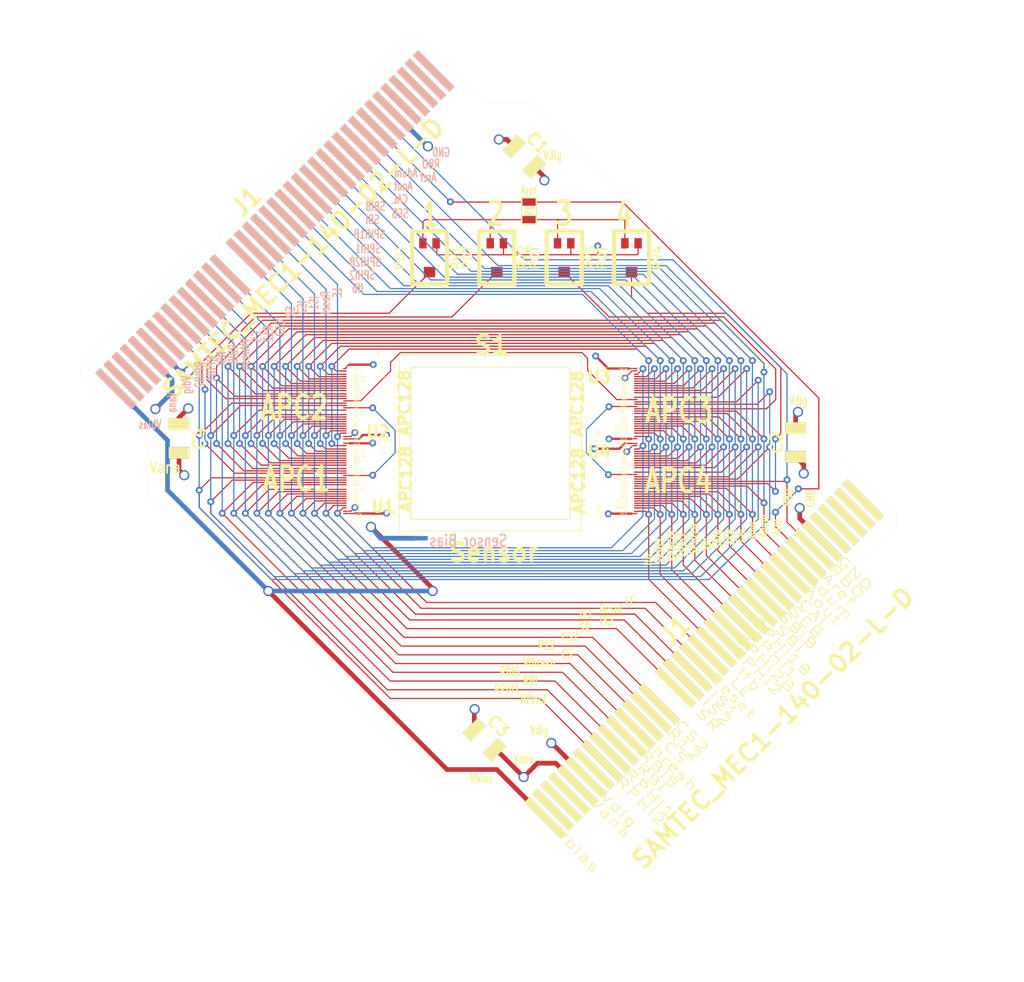
<source format=kicad_pcb>
(kicad_pcb (version 4) (host pcbnew "(2015-04-23 BZR 5622)-product")
  (title_block (title "Sensor Board") (date "28 aug 2013"))
  (layers (0 Front mixed) (1 Power power) (2 GND power) (31 Back mixed) (34 B.Paste user) (35 F.Paste user) (36 B.SilkS user) (37 F.SilkS user) (38 B.Mask user) (39 F.Mask user) (44 Edge.Cuts user))
  (net 0 "")
  (net 1 /Adum)
  (net 2 /Aout)
  (net 3 /Aref)
  (net 4 /Aref1)
  (net 5 /Aref2)
  (net 6 /Aref3)
  (net 7 /Aref4)
  (net 8 /Aref_res)
  (net 9 /CAL)
  (net 10 /CS)
  (net 11 /CS2)
  (net 12 /GND)
  (net 13 /IS1)
  (net 14 /IS2)
  (net 15 /Ifb)
  (net 16 /LE)
  (net 17 /R12)
  (net 18 /RBI)
  (net 19 /RBIB)
  (net 20 /RBO)
  (net 21 /RBORBI1)
  (net 22 /RBORBI2)
  (net 23 /RBORBI3)
  (net 24 /RPHI1)
  (net 25 /RPHI2)
  (net 26 /Reset)
  (net 27 /SBI)
  (net 28 /SBIB)
  (net 29 /SEB)
  (net 30 /SPHI1)
  (net 31 /SPHI1B)
  (net 32 /SPHI2)
  (net 33 /SPHI2B)
  (net 34 /SR)
  (net 35 /Vana)
  (net 36 /Vbias)
  (net 37 /Vdig)
  (net 38 /Vthresh)
  (module J1 (layer Front) (at 128.31064 33.41116 45)
    (fp_text reference J1 (at 0 -3.50012 45) (layer F.SilkS) (effects (font (thickness 0.3048))))
    (fp_text value SAMTEC_MEC1-140-02-L-D (at 0 3.50012 45) (layer F.SilkS) (effects (font (thickness 0.3048))))
    (pad 5 thru_hole rect (at -15.49908 0 45) (size 0.6096 4.45008) (layers Back B.SilkS B.Mask) (net 35 /Vana))
    (pad 6 thru_hole rect (at -14.50086 0 45) (size 0.6096 4.45008) (layers Back B.SilkS B.Mask) (net 37 /Vdig))
    (pad 21 thru_hole rect (at 0.50038 0 45) (size 0.6096 4.45008) (layers Back B.SilkS B.Mask) (net 16 /LE))
    (pad 20 thru_hole rect (at -0.50038 0 45) (size 0.6096 4.45008) (layers Back B.SilkS B.Mask) (net 26 /Reset))
    (pad 19 thru_hole rect (at -1.4986 0 45) (size 0.6096 4.45008) (layers Back B.SilkS B.Mask) (net 13 /IS1))
    (pad 18 thru_hole rect (at -2.49936 0 45) (size 0.6096 4.45008) (layers Back B.SilkS B.Mask) (net 14 /IS2))
    (pad 17 thru_hole rect (at -3.50012 0 45) (size 0.6096 4.45008) (layers Back B.SilkS B.Mask) (net 34 /SR))
    (pad 15 thru_hole rect (at -5.50164 0 45) (size 0.6096 4.45008) (layers Back B.SilkS B.Mask) (net 11 /CS2))
    (pad 14 thru_hole rect (at -6.49986 0 45) (size 0.6096 4.45008) (layers Back B.SilkS B.Mask) (net 17 /R12))
    (pad 13 thru_hole rect (at -7.50062 0 45) (size 0.6096 4.45008) (layers Back B.SilkS B.Mask) (net 10 /CS))
    (pad 12 thru_hole rect (at -8.50138 0 45) (size 0.6096 4.45008) (layers Back B.SilkS B.Mask) (net 38 /Vthresh))
    (pad 11 thru_hole rect (at -9.4996 0 45) (size 0.6096 4.45008) (layers Back B.SilkS B.Mask) (net 19 /RBIB))
    (pad 34 thru_hole rect (at 13.5001 0 45) (size 0.6096 4.45008) (layers Back B.SilkS B.Mask) (net 20 /RBO))
    (pad 10 thru_hole rect (at -10.50036 0 45) (size 0.6096 4.45008) (layers Back B.SilkS B.Mask) (net 18 /RBI))
    (pad 9 thru_hole rect (at -11.50112 0 45) (size 0.6096 4.45008) (layers Back B.SilkS B.Mask) (net 24 /RPHI1))
    (pad 8 thru_hole rect (at -12.49934 0 45) (size 0.6096 4.45008) (layers Back B.SilkS B.Mask) (net 25 /RPHI2))
    (pad 33 thru_hole rect (at 12.49934 0 45) (size 0.6096 4.45008) (layers Back B.SilkS B.Mask) (net 3 /Aref))
    (pad 32 thru_hole rect (at 11.49858 0 45) (size 0.6096 4.45008) (layers Back B.SilkS B.Mask) (net 1 /Adum))
    (pad 31 thru_hole rect (at 10.50036 0 45) (size 0.6096 4.45008) (layers Back B.SilkS B.Mask) (net 2 /Aout))
    (pad 30 thru_hole rect (at 9.4996 0 45) (size 0.6096 4.45008) (layers Back B.SilkS B.Mask) (net 9 /CAL))
    (pad 29 thru_hole rect (at 8.49884 0 45) (size 0.6096 4.45008) (layers Back B.SilkS B.Mask) (net 29 /SEB))
    (pad 28 thru_hole rect (at 7.50062 0 45) (size 0.6096 4.45008) (layers Back B.SilkS B.Mask) (net 28 /SBIB))
    (pad 27 thru_hole rect (at 6.49986 0 45) (size 0.6096 4.45008) (layers Back B.SilkS B.Mask) (net 27 /SBI))
    (pad 26 thru_hole rect (at 5.4991 0 45) (size 0.6096 4.45008) (layers Back B.SilkS B.Mask) (net 31 /SPHI1B))
    (pad 25 thru_hole rect (at 4.49834 0 45) (size 0.6096 4.45008) (layers Back B.SilkS B.Mask) (net 30 /SPHI1))
    (pad 24 thru_hole rect (at 3.50012 0 45) (size 0.6096 4.45008) (layers Back B.SilkS B.Mask) (net 33 /SPHI2B))
    (pad 23 thru_hole rect (at 2.49936 0 45) (size 0.6096 4.45008) (layers Back B.SilkS B.Mask) (net 32 /SPHI2))
    (pad 22 thru_hole rect (at 1.50114 0 45) (size 0.6096 4.45008) (layers Back B.SilkS B.Mask) (net 15 /Ifb))
    (pad 7 thru_hole rect (at -13.5001 0 45) (size 0.6096 4.45008) (layers Back B.SilkS B.Mask))
    (pad 40 thru_hole rect (at 19.49958 0 45) (size 0.6096 4.45008) (layers Back B.SilkS B.Mask))
    (pad 37 thru_hole rect (at 16.49984 0 45) (size 0.6096 4.45008) (layers Back B.SilkS B.Mask))
    (pad 38 thru_hole rect (at 17.5006 0 45) (size 0.6096 4.45008) (layers Back B.SilkS B.Mask))
    (pad 39 thru_hole rect (at 18.49882 0 45) (size 0.6096 4.45008) (layers Back B.SilkS B.Mask))
    (pad 1 thru_hole rect (at -19.49958 0 45) (size 0.6096 4.45008) (layers Back B.SilkS B.Mask) (net 36 /Vbias))
    (pad 36 thru_hole rect (at 15.49908 0 45) (size 0.6096 4.45008) (layers Back B.SilkS B.Mask))
    (pad 35 thru_hole rect (at 14.50086 0 45) (size 0.6096 4.45008) (layers Back B.SilkS B.Mask) (net 12 /GND))
    (pad 4 thru_hole rect (at -16.49984 0 45) (size 0.6096 4.45008) (layers Back B.SilkS B.Mask))
    (pad 3 thru_hole rect (at -17.5006 0 45) (size 0.6096 4.45008) (layers Back B.SilkS B.Mask))
    (pad 2 thru_hole rect (at -18.50136 0 45) (size 0.6096 4.45008) (layers Back B.SilkS B.Mask))
  )
  (module J1 (layer Front) (at 165.54958 70.6501 45)
    (fp_text reference J1 (at 0 -3.50012 45) (layer F.SilkS) (effects (font (thickness 0.3048))))
    (fp_text value SAMTEC_MEC1-140-02-L-D (at 0 8.49884 45) (layer F.SilkS) (effects (font (thickness 0.3048))))
    (fp_text user GND (at 14.50594 4.0005 135) (layer F.SilkS) (effects (font (size 0.8001 1.24968) (thickness 0.09906))))
    (fp_text user RBO (at 13.50518 4.0005 135) (layer F.SilkS) (effects (font (size 0.8001 1.24968) (thickness 0.09906))))
    (fp_text user Aref (at 12.50696 4.0005 135) (layer F.SilkS) (effects (font (size 0.8001 1.24968) (thickness 0.09906))))
    (fp_text user SBIB (at 7.50062 4.0005 135) (layer F.SilkS) (effects (font (size 0.8001 1.24968) (thickness 0.09906))))
    (fp_text user SBI (at 6.5024 4.0005 135) (layer F.SilkS) (effects (font (size 0.8001 1.24968) (thickness 0.09906))))
    (fp_text user SPHI1B (at 5.50164 4.0005 135) (layer F.SilkS) (effects (font (size 0.8001 1.24968) (thickness 0.09906))))
    (fp_text user SPHI1 (at 4.50342 4.0005 135) (layer F.SilkS) (effects (font (size 0.8001 1.24968) (thickness 0.09906))))
    (fp_text user CAL (at 9.50214 4.0005 135) (layer F.SilkS) (effects (font (size 0.8001 1.24968) (thickness 0.09906))))
    (fp_text user SEB (at 8.50392 4.0005 135) (layer F.SilkS) (effects (font (size 0.8001 1.24968) (thickness 0.09906))))
    (fp_text user Adum (at 11.50112 4.0005 135) (layer F.SilkS) (effects (font (size 0.8001 1.24968) (thickness 0.09906))))
    (fp_text user Aout (at 10.5029 4.0005 135) (layer F.SilkS) (effects (font (size 0.8001 1.24968) (thickness 0.09906))))
    (fp_text user RPHI1 (at -11.59002 4.9022 135) (layer F.SilkS) (effects (font (size 0.8001 1.24968) (thickness 0.09906))))
    (fp_text user RBIB (at -9.4996 4.00304 135) (layer F.SilkS) (effects (font (size 0.8001 1.24968) (thickness 0.09906))))
    (fp_text user RBI (at -10.50036 4.00812 135) (layer F.SilkS) (effects (font (size 0.8001 1.24968) (thickness 0.09906))))
    (fp_text user RPHI2 (at -12.62126 4.82854 135) (layer F.SilkS) (effects (font (size 0.8001 1.24968) (thickness 0.09906))))
    (fp_text user Vthresh (at -8.4963 4.00304 135) (layer F.SilkS) (effects (font (size 0.8001 1.24968) (thickness 0.09906))))
    (fp_text user CS (at -7.49808 4.00304 135) (layer F.SilkS) (effects (font (size 0.8001 1.24968) (thickness 0.09906))))
    (fp_text user R12 (at -6.49732 4.00304 135) (layer F.SilkS) (effects (font (size 0.8001 1.24968) (thickness 0.09906))))
    (fp_text user CS2 (at -5.4991 4.00304 135) (layer F.SilkS) (effects (font (size 0.8001 1.24968) (thickness 0.09906))))
    (fp_text user SPHI2B (at 3.50266 4.0005 135) (layer F.SilkS) (effects (font (size 0.8001 1.24968) (thickness 0.09906))))
    (fp_text user SPHI2 (at 2.50444 4.0005 135) (layer F.SilkS) (effects (font (size 0.8001 1.24968) (thickness 0.09906))))
    (fp_text user Ifb (at 1.50368 4.0005 135) (layer F.SilkS) (effects (font (size 0.8001 1.24968) (thickness 0.09906))))
    (fp_text user LE (at 0.50546 4.0005 135) (layer F.SilkS) (effects (font (size 0.8001 1.24968) (thickness 0.09906))))
    (fp_text user IS2 (at -2.49682 4.0005 135) (layer F.SilkS) (effects (font (size 0.8001 1.24968) (thickness 0.09906))))
    (fp_text user SR (at -3.49504 4.0005 135) (layer F.SilkS) (effects (font (size 0.8001 1.24968) (thickness 0.09906))))
    (fp_text user Reset (at -0.49784 4.0005 135) (layer F.SilkS) (effects (font (size 0.8001 1.24968) (thickness 0.09906))))
    (fp_text user IS1 (at -1.49606 4.0005 135) (layer F.SilkS) (effects (font (size 0.8001 1.24968) (thickness 0.09906))))
    (fp_text user Vdig (at -14.50086 4.0005 135) (layer F.SilkS) (effects (font (size 0.8001 1.24968) (thickness 0.09906))))
    (fp_text user Vana (at -15.49908 4.0005 135) (layer F.SilkS) (effects (font (size 0.8001 1.24968) (thickness 0.09906))))
    (fp_text user Vbias (at -19.49958 4.0005 135) (layer F.SilkS) (effects (font (size 0.8001 1.24968) (thickness 0.09906))))
    (pad 5 thru_hole rect (at -15.49908 0 45) (size 0.6096 4.45008) (layers Front F.SilkS F.Mask) (net 35 /Vana))
    (pad 6 thru_hole rect (at -14.50086 0 45) (size 0.6096 4.45008) (layers Front F.SilkS F.Mask) (net 37 /Vdig))
    (pad 21 thru_hole rect (at 0.50038 0 45) (size 0.6096 4.45008) (layers Front F.SilkS F.Mask) (net 16 /LE))
    (pad 20 thru_hole rect (at -0.50038 0 45) (size 0.6096 4.45008) (layers Front F.SilkS F.Mask) (net 26 /Reset))
    (pad 19 thru_hole rect (at -1.4986 0 45) (size 0.6096 4.45008) (layers Front F.SilkS F.Mask) (net 13 /IS1))
    (pad 18 thru_hole rect (at -2.49936 0 45) (size 0.6096 4.45008) (layers Front F.SilkS F.Mask) (net 14 /IS2))
    (pad 17 thru_hole rect (at -3.50012 0 45) (size 0.6096 4.45008) (layers Front F.SilkS F.Mask) (net 34 /SR))
    (pad 15 thru_hole rect (at -5.50164 0 45) (size 0.6096 4.45008) (layers Front F.SilkS F.Mask) (net 11 /CS2))
    (pad 14 thru_hole rect (at -6.49986 0 45) (size 0.6096 4.45008) (layers Front F.SilkS F.Mask) (net 17 /R12))
    (pad 13 thru_hole rect (at -7.50062 0 45) (size 0.6096 4.45008) (layers Front F.SilkS F.Mask) (net 10 /CS))
    (pad 12 thru_hole rect (at -8.50138 0 45) (size 0.6096 4.45008) (layers Front F.SilkS F.Mask) (net 38 /Vthresh))
    (pad 11 thru_hole rect (at -9.4996 0 45) (size 0.6096 4.45008) (layers Front F.SilkS F.Mask) (net 19 /RBIB))
    (pad 34 thru_hole rect (at 13.5001 0 45) (size 0.6096 4.45008) (layers Front F.SilkS F.Mask) (net 20 /RBO))
    (pad 10 thru_hole rect (at -10.50036 0 45) (size 0.6096 4.45008) (layers Front F.SilkS F.Mask) (net 18 /RBI))
    (pad 9 thru_hole rect (at -11.50112 0 45) (size 0.6096 4.45008) (layers Front F.SilkS F.Mask) (net 24 /RPHI1))
    (pad 8 thru_hole rect (at -12.49934 0 45) (size 0.6096 4.45008) (layers Front F.SilkS F.Mask) (net 25 /RPHI2))
    (pad 33 thru_hole rect (at 12.49934 0 45) (size 0.6096 4.45008) (layers Front F.SilkS F.Mask) (net 3 /Aref))
    (pad 32 thru_hole rect (at 11.49858 0 45) (size 0.6096 4.45008) (layers Front F.SilkS F.Mask) (net 1 /Adum))
    (pad 31 thru_hole rect (at 10.50036 0 45) (size 0.6096 4.45008) (layers Front F.SilkS F.Mask) (net 2 /Aout))
    (pad 30 thru_hole rect (at 9.4996 0 45) (size 0.6096 4.45008) (layers Front F.SilkS F.Mask) (net 9 /CAL))
    (pad 29 thru_hole rect (at 8.49884 0 45) (size 0.6096 4.45008) (layers Front F.SilkS F.Mask) (net 29 /SEB))
    (pad 28 thru_hole rect (at 7.50062 0 45) (size 0.6096 4.45008) (layers Front F.SilkS F.Mask) (net 28 /SBIB))
    (pad 27 thru_hole rect (at 6.49986 0 45) (size 0.6096 4.45008) (layers Front F.SilkS F.Mask) (net 27 /SBI))
    (pad 26 thru_hole rect (at 5.4991 0 45) (size 0.6096 4.45008) (layers Front F.SilkS F.Mask) (net 31 /SPHI1B))
    (pad 25 thru_hole rect (at 4.49834 0 45) (size 0.6096 4.45008) (layers Front F.SilkS F.Mask) (net 30 /SPHI1))
    (pad 24 thru_hole rect (at 3.50012 0 45) (size 0.6096 4.45008) (layers Front F.SilkS F.Mask) (net 33 /SPHI2B))
    (pad 23 thru_hole rect (at 2.49936 0 45) (size 0.6096 4.45008) (layers Front F.SilkS F.Mask) (net 32 /SPHI2))
    (pad 22 thru_hole rect (at 1.50114 0 45) (size 0.6096 4.45008) (layers Front F.SilkS F.Mask) (net 15 /Ifb))
    (pad 7 thru_hole rect (at -13.5001 0 45) (size 0.6096 4.45008) (layers Front F.SilkS F.Mask))
    (pad 40 thru_hole rect (at 19.49958 0 45) (size 0.6096 4.45008) (layers Front F.SilkS F.Mask))
    (pad 37 thru_hole rect (at 16.49984 0 45) (size 0.6096 4.45008) (layers Front F.SilkS F.Mask))
    (pad 38 thru_hole rect (at 17.5006 0 45) (size 0.6096 4.45008) (layers Front F.SilkS F.Mask))
    (pad 39 thru_hole rect (at 18.49882 0 45) (size 0.6096 4.45008) (layers Front F.SilkS F.Mask))
    (pad 1 thru_hole rect (at -19.49958 0 45) (size 0.6096 4.45008) (layers Front F.SilkS F.Mask) (net 36 /Vbias))
    (pad 36 thru_hole rect (at 15.49908 0 45) (size 0.6096 4.45008) (layers Front F.SilkS F.Mask))
    (pad 35 thru_hole rect (at 14.50086 0 45) (size 0.6096 4.45008) (layers Front F.SilkS F.Mask) (net 12 /GND))
    (pad 4 thru_hole rect (at -16.49984 0 45) (size 0.6096 4.45008) (layers Front F.SilkS F.Mask))
    (pad 3 thru_hole rect (at -17.5006 0 45) (size 0.6096 4.45008) (layers Front F.SilkS F.Mask))
    (pad 2 thru_hole rect (at -18.50136 0 45) (size 0.6096 4.45008) (layers Front F.SilkS F.Mask))
  )
  (module APC128 (layer Front) (at 157.55112 51.58994)
    (fp_text reference U4 (at -1.09982 1.09982) (layer F.SilkS) (effects (font (size 1.00076 1.00076) (thickness 0.24892))))
    (fp_text value APC128 (at -2.89814 3.59918 90) (layer F.SilkS) (effects (font (size 1.00076 1.00076) (thickness 0.24892))))
    (fp_text user Vana (at -1.31064 5.90042 90) (layer F.SilkS) (effects (font (size 0.127 0.20066) (thickness 0.0254))))
    (fp_text user GND (at -1.09982 5.969 90) (layer F.SilkS) (effects (font (size 0.127 0.20066) (thickness 0.0254))))
    (fp_text user GND (at 1.03886 6.45922) (layer F.SilkS) (effects (font (size 0.127 0.20066) (thickness 0.0254))))
    (fp_text user Ifb (at 1.15062 6.2611) (layer F.SilkS) (effects (font (size 0.127 0.20066) (thickness 0.0254))))
    (fp_text user SPHI2 (at 0.89916 5.95884) (layer F.SilkS) (effects (font (size 0.127 0.20066) (thickness 0.0254))))
    (fp_text user SPHI2B (at 0.8001 5.76072) (layer F.SilkS) (effects (font (size 0.127 0.20066) (thickness 0.0254))))
    (fp_text user SPHI1 (at 0.89916 5.56006) (layer F.SilkS) (effects (font (size 0.127 0.20066) (thickness 0.0254))))
    (fp_text user SPHI1B (at 0.8001 5.3594) (layer F.SilkS) (effects (font (size 0.127 0.20066) (thickness 0.0254))))
    (fp_text user SBI (at 1.10998 5.15874) (layer F.SilkS) (effects (font (size 0.127 0.20066) (thickness 0.0254))))
    (fp_text user SBIB (at 1.00076 4.96062) (layer F.SilkS) (effects (font (size 0.127 0.20066) (thickness 0.0254))))
    (fp_text user SEB (at 1.05918 4.75996) (layer F.SilkS) (effects (font (size 0.127 0.20066) (thickness 0.0254))))
    (fp_text user CAL (at 1.05918 4.5593) (layer F.SilkS) (effects (font (size 0.127 0.20066) (thickness 0.0254))))
    (fp_text user Aout (at 1.00076 4.25958) (layer F.SilkS) (effects (font (size 0.127 0.20066) (thickness 0.0254))))
    (fp_text user Adum (at 0.94996 4.05892) (layer F.SilkS) (effects (font (size 0.127 0.20066) (thickness 0.0254))))
    (fp_text user Aref (at 1.03886 3.8608) (layer F.SilkS) (effects (font (size 0.127 0.20066) (thickness 0.0254))))
    (fp_text user RBO (at 1.03886 3.66014) (layer F.SilkS) (effects (font (size 0.127 0.20066) (thickness 0.0254))))
    (fp_text user RPHI2 (at 0.89916 3.45948) (layer F.SilkS) (effects (font (size 0.127 0.20066) (thickness 0.0254))))
    (fp_text user RPHI1 (at 0.89916 3.25882) (layer F.SilkS) (effects (font (size 0.127 0.20066) (thickness 0.0254))))
    (fp_text user RBI (at 1.10998 3.0607) (layer F.SilkS) (effects (font (size 0.127 0.20066) (thickness 0.0254))))
    (fp_text user RBIB (at 1.00076 2.86004) (layer F.SilkS) (effects (font (size 0.127 0.20066) (thickness 0.0254))))
    (fp_text user Vthresh (at 0.8001 2.46126) (layer F.SilkS) (effects (font (size 0.127 0.20066) (thickness 0.0254))))
    (fp_text user CS (at 1.15062 2.2606) (layer F.SilkS) (effects (font (size 0.127 0.20066) (thickness 0.0254))))
    (fp_text user R12 (at 1.05918 2.05994) (layer F.SilkS) (effects (font (size 0.127 0.20066) (thickness 0.0254))))
    (fp_text user CS2 (at 1.05918 1.85928) (layer F.SilkS) (effects (font (size 0.127 0.20066) (thickness 0.0254))))
    (fp_text user SR (at 1.15062 1.66116) (layer F.SilkS) (effects (font (size 0.127 0.20066) (thickness 0.0254))))
    (fp_text user IS2 (at 1.10998 1.4605) (layer F.SilkS) (effects (font (size 0.127 0.20066) (thickness 0.0254))))
    (fp_text user IS1 (at 1.10998 1.25984) (layer F.SilkS) (effects (font (size 0.127 0.20066) (thickness 0.0254))))
    (fp_text user Reset (at 0.91948 1.05918) (layer F.SilkS) (effects (font (size 0.127 0.20066) (thickness 0.0254))))
    (fp_text user LE (at 1.17094 0.86106) (layer F.SilkS) (effects (font (size 0.127 0.20066) (thickness 0.0254))))
    (fp_text user Vdig (at 1.01092 0.5588) (layer F.SilkS) (effects (font (size 0.127 0.20066) (thickness 0.0254))))
    (fp_text user Vana (at 0.97028 0.36068) (layer F.SilkS) (effects (font (size 0.127 0.20066) (thickness 0.0254))))
    (pad 1 smd rect (at 2.07518 0.3429) (size 0.29972 0.1016) (layers Front F.Paste F.Mask) (net 35 /Vana))
    (pad 2 smd rect (at 2.07518 0.54356) (size 0.29972 0.1016) (layers Front F.Paste F.Mask) (net 37 /Vdig))
    (pad 3 smd rect (at 2.07518 0.84328) (size 0.29972 0.1016) (layers Front F.Paste F.Mask) (net 16 /LE))
    (pad 4 smd rect (at 2.07518 1.04394) (size 0.29972 0.1016) (layers Front F.Paste F.Mask) (net 26 /Reset))
    (pad 5 smd rect (at 2.07518 1.24206) (size 0.29972 0.1016) (layers Front F.Paste F.Mask) (net 13 /IS1))
    (pad 6 smd rect (at 2.07518 1.44272) (size 0.29972 0.1016) (layers Front F.Paste F.Mask) (net 14 /IS2))
    (pad 7 smd rect (at 2.07772 1.64338) (size 0.29972 0.1016) (layers Front F.Paste F.Mask) (net 34 /SR))
    (pad 8 smd rect (at 2.07518 1.84404) (size 0.29972 0.1016) (layers Front F.Paste F.Mask) (net 11 /CS2))
    (pad 9 smd rect (at 2.07518 2.04216) (size 0.29972 0.1016) (layers Front F.Paste F.Mask) (net 17 /R12))
    (pad 10 smd rect (at 2.07518 2.24282) (size 0.29972 0.1016) (layers Front F.Paste F.Mask) (net 10 /CS))
    (pad 11 smd rect (at 2.07518 2.44602) (size 0.29972 0.1016) (layers Front F.Paste F.Mask) (net 38 /Vthresh))
    (pad 12 smd rect (at 2.07518 2.84226) (size 0.29972 0.1016) (layers Front F.Paste F.Mask) (net 19 /RBIB))
    (pad 13 smd rect (at 2.07518 3.04292) (size 0.29972 0.1016) (layers Front F.Paste F.Mask) (net 23 /RBORBI3))
    (pad 14 smd rect (at 2.07518 3.24358) (size 0.29972 0.1016) (layers Front F.Paste F.Mask) (net 24 /RPHI1))
    (pad 15 smd rect (at 2.07518 3.4417) (size 0.29972 0.1016) (layers Front F.Paste F.Mask) (net 25 /RPHI2))
    (pad 16 smd rect (at 2.07518 3.64236) (size 0.29972 0.1016) (layers Front F.Paste F.Mask) (net 20 /RBO))
    (pad 17 smd rect (at 2.07518 3.84302) (size 0.29972 0.1016) (layers Front F.Paste F.Mask) (net 7 /Aref4))
    (pad 18 smd rect (at 2.07518 4.04368) (size 0.29972 0.1016) (layers Front F.Paste F.Mask) (net 1 /Adum))
    (pad 19 smd rect (at 2.07518 4.2418) (size 0.29972 0.1016) (layers Front F.Paste F.Mask) (net 2 /Aout))
    (pad 20 smd rect (at 2.07518 4.54406) (size 0.29972 0.1016) (layers Front F.Paste F.Mask) (net 9 /CAL))
    (pad 21 smd rect (at 2.07518 4.74218) (size 0.29972 0.1016) (layers Front F.Paste F.Mask) (net 29 /SEB))
    (pad 22 smd rect (at 2.07518 4.94284) (size 0.29972 0.1016) (layers Front F.Paste F.Mask) (net 28 /SBIB))
    (pad 23 smd rect (at 2.07772 5.1435) (size 0.29972 0.1016) (layers Front F.Paste F.Mask) (net 27 /SBI))
    (pad 24 smd rect (at 2.07518 5.34416) (size 0.29972 0.1016) (layers Front F.Paste F.Mask) (net 31 /SPHI1B))
    (pad 25 smd rect (at 2.07518 5.54228) (size 0.29972 0.1016) (layers Front F.Paste F.Mask) (net 30 /SPHI1))
    (pad 26 smd rect (at 2.07518 5.74294) (size 0.29972 0.1016) (layers Front F.Paste F.Mask) (net 33 /SPHI2B))
    (pad 27 smd rect (at 2.07518 5.9436) (size 0.29972 0.1016) (layers Front F.Paste F.Mask) (net 32 /SPHI2))
    (pad 28 smd rect (at 2.07518 6.24332) (size 0.29972 0.1016) (layers Front F.Paste F.Mask) (net 15 /Ifb))
    (pad 29 smd rect (at 2.07518 6.44398) (size 0.29972 0.1016) (layers Front F.Paste F.Mask) (net 12 /GND))
  )
  (module APC128 (layer Front) (at 157.55112 45.09008)
    (fp_text reference U3 (at -1.09982 1.09982) (layer F.SilkS) (effects (font (size 1.00076 1.00076) (thickness 0.24892))))
    (fp_text value APC128 (at -2.99974 3.40106 90) (layer F.SilkS) (effects (font (size 1.00076 1.00076) (thickness 0.24892))))
    (fp_text user Vana (at -1.31064 5.90042 90) (layer F.SilkS) (effects (font (size 0.127 0.20066) (thickness 0.0254))))
    (fp_text user GND (at -1.09982 5.969 90) (layer F.SilkS) (effects (font (size 0.127 0.20066) (thickness 0.0254))))
    (fp_text user GND (at 1.03886 6.45922) (layer F.SilkS) (effects (font (size 0.127 0.20066) (thickness 0.0254))))
    (fp_text user Ifb (at 1.15062 6.2611) (layer F.SilkS) (effects (font (size 0.127 0.20066) (thickness 0.0254))))
    (fp_text user SPHI2 (at 0.89916 5.95884) (layer F.SilkS) (effects (font (size 0.127 0.20066) (thickness 0.0254))))
    (fp_text user SPHI2B (at 0.8001 5.76072) (layer F.SilkS) (effects (font (size 0.127 0.20066) (thickness 0.0254))))
    (fp_text user SPHI1 (at 0.89916 5.56006) (layer F.SilkS) (effects (font (size 0.127 0.20066) (thickness 0.0254))))
    (fp_text user SPHI1B (at 0.8001 5.3594) (layer F.SilkS) (effects (font (size 0.127 0.20066) (thickness 0.0254))))
    (fp_text user SBI (at 1.10998 5.15874) (layer F.SilkS) (effects (font (size 0.127 0.20066) (thickness 0.0254))))
    (fp_text user SBIB (at 1.00076 4.96062) (layer F.SilkS) (effects (font (size 0.127 0.20066) (thickness 0.0254))))
    (fp_text user SEB (at 1.05918 4.75996) (layer F.SilkS) (effects (font (size 0.127 0.20066) (thickness 0.0254))))
    (fp_text user CAL (at 1.05918 4.5593) (layer F.SilkS) (effects (font (size 0.127 0.20066) (thickness 0.0254))))
    (fp_text user Aout (at 1.00076 4.25958) (layer F.SilkS) (effects (font (size 0.127 0.20066) (thickness 0.0254))))
    (fp_text user Adum (at 0.94996 4.05892) (layer F.SilkS) (effects (font (size 0.127 0.20066) (thickness 0.0254))))
    (fp_text user Aref (at 1.03886 3.8608) (layer F.SilkS) (effects (font (size 0.127 0.20066) (thickness 0.0254))))
    (fp_text user RBO (at 1.03886 3.66014) (layer F.SilkS) (effects (font (size 0.127 0.20066) (thickness 0.0254))))
    (fp_text user RPHI2 (at 0.89916 3.45948) (layer F.SilkS) (effects (font (size 0.127 0.20066) (thickness 0.0254))))
    (fp_text user RPHI1 (at 0.89916 3.25882) (layer F.SilkS) (effects (font (size 0.127 0.20066) (thickness 0.0254))))
    (fp_text user RBI (at 1.10998 3.0607) (layer F.SilkS) (effects (font (size 0.127 0.20066) (thickness 0.0254))))
    (fp_text user RBIB (at 1.00076 2.86004) (layer F.SilkS) (effects (font (size 0.127 0.20066) (thickness 0.0254))))
    (fp_text user Vthresh (at 0.8001 2.46126) (layer F.SilkS) (effects (font (size 0.127 0.20066) (thickness 0.0254))))
    (fp_text user CS (at 1.15062 2.2606) (layer F.SilkS) (effects (font (size 0.127 0.20066) (thickness 0.0254))))
    (fp_text user R12 (at 1.05918 2.05994) (layer F.SilkS) (effects (font (size 0.127 0.20066) (thickness 0.0254))))
    (fp_text user CS2 (at 1.05918 1.85928) (layer F.SilkS) (effects (font (size 0.127 0.20066) (thickness 0.0254))))
    (fp_text user SR (at 1.15062 1.66116) (layer F.SilkS) (effects (font (size 0.127 0.20066) (thickness 0.0254))))
    (fp_text user IS2 (at 1.10998 1.4605) (layer F.SilkS) (effects (font (size 0.127 0.20066) (thickness 0.0254))))
    (fp_text user IS1 (at 1.10998 1.25984) (layer F.SilkS) (effects (font (size 0.127 0.20066) (thickness 0.0254))))
    (fp_text user Reset (at 0.91948 1.05918) (layer F.SilkS) (effects (font (size 0.127 0.20066) (thickness 0.0254))))
    (fp_text user LE (at 1.17094 0.86106) (layer F.SilkS) (effects (font (size 0.127 0.20066) (thickness 0.0254))))
    (fp_text user Vdig (at 1.01092 0.5588) (layer F.SilkS) (effects (font (size 0.127 0.20066) (thickness 0.0254))))
    (fp_text user Vana (at 0.97028 0.36068) (layer F.SilkS) (effects (font (size 0.127 0.20066) (thickness 0.0254))))
    (pad 1 smd rect (at 2.07518 0.3429) (size 0.29972 0.1016) (layers Front F.Paste F.Mask) (net 35 /Vana))
    (pad 2 smd rect (at 2.07518 0.54356) (size 0.29972 0.1016) (layers Front F.Paste F.Mask) (net 37 /Vdig))
    (pad 3 smd rect (at 2.07518 0.84328) (size 0.29972 0.1016) (layers Front F.Paste F.Mask) (net 16 /LE))
    (pad 4 smd rect (at 2.07518 1.04394) (size 0.29972 0.1016) (layers Front F.Paste F.Mask) (net 26 /Reset))
    (pad 5 smd rect (at 2.07518 1.24206) (size 0.29972 0.1016) (layers Front F.Paste F.Mask) (net 13 /IS1))
    (pad 6 smd rect (at 2.07518 1.44272) (size 0.29972 0.1016) (layers Front F.Paste F.Mask) (net 14 /IS2))
    (pad 7 smd rect (at 2.07518 1.64084) (size 0.29972 0.1016) (layers Front F.Paste F.Mask) (net 34 /SR))
    (pad 8 smd rect (at 2.07518 1.84404) (size 0.29972 0.1016) (layers Front F.Paste F.Mask) (net 11 /CS2))
    (pad 9 smd rect (at 2.07518 2.04216) (size 0.29972 0.1016) (layers Front F.Paste F.Mask) (net 17 /R12))
    (pad 10 smd rect (at 2.07518 2.24282) (size 0.29972 0.1016) (layers Front F.Paste F.Mask) (net 10 /CS))
    (pad 11 smd rect (at 2.07518 2.44348) (size 0.29972 0.1016) (layers Front F.Paste F.Mask) (net 38 /Vthresh))
    (pad 12 smd rect (at 2.07518 2.84226) (size 0.29972 0.1016) (layers Front F.Paste F.Mask) (net 19 /RBIB))
    (pad 13 smd rect (at 2.07518 3.04292) (size 0.29972 0.1016) (layers Front F.Paste F.Mask) (net 22 /RBORBI2))
    (pad 14 smd rect (at 2.07518 3.24358) (size 0.29972 0.1016) (layers Front F.Paste F.Mask) (net 24 /RPHI1))
    (pad 15 smd rect (at 2.07518 3.4417) (size 0.29972 0.1016) (layers Front F.Paste F.Mask) (net 25 /RPHI2))
    (pad 16 smd rect (at 2.07518 3.64236) (size 0.29972 0.1016) (layers Front F.Paste F.Mask) (net 23 /RBORBI3))
    (pad 17 smd rect (at 2.07518 3.84302) (size 0.29972 0.1016) (layers Front F.Paste F.Mask) (net 6 /Aref3))
    (pad 18 smd rect (at 2.07518 4.04368) (size 0.29972 0.1016) (layers Front F.Paste F.Mask) (net 1 /Adum))
    (pad 19 smd rect (at 2.07518 4.2418) (size 0.29972 0.1016) (layers Front F.Paste F.Mask) (net 2 /Aout))
    (pad 20 smd rect (at 2.07518 4.54406) (size 0.29972 0.1016) (layers Front F.Paste F.Mask) (net 9 /CAL))
    (pad 21 smd rect (at 2.07518 4.74218) (size 0.29972 0.1016) (layers Front F.Paste F.Mask) (net 29 /SEB))
    (pad 22 smd rect (at 2.07518 4.94284) (size 0.29972 0.1016) (layers Front F.Paste F.Mask) (net 28 /SBIB))
    (pad 23 smd rect (at 2.07772 5.1435) (size 0.29972 0.1016) (layers Front F.Paste F.Mask) (net 27 /SBI))
    (pad 24 smd rect (at 2.07518 5.34162) (size 0.29972 0.1016) (layers Front F.Paste F.Mask) (net 31 /SPHI1B))
    (pad 25 smd rect (at 2.07518 5.54228) (size 0.29972 0.1016) (layers Front F.Paste F.Mask) (net 30 /SPHI1))
    (pad 26 smd rect (at 2.07518 5.74294) (size 0.29972 0.1016) (layers Front F.Paste F.Mask) (net 33 /SPHI2B))
    (pad 27 smd rect (at 2.07518 5.94106) (size 0.29972 0.1016) (layers Front F.Paste F.Mask) (net 32 /SPHI2))
    (pad 28 smd rect (at 2.07518 6.24332) (size 0.29972 0.1016) (layers Front F.Paste F.Mask) (net 15 /Ifb))
    (pad 29 smd rect (at 2.07518 6.44398) (size 0.29972 0.1016) (layers Front F.Paste F.Mask) (net 12 /GND))
  )
  (module APC128 (layer Front) (at 136.46912 58.42 180)
    (fp_text reference U1 (at -1.25222 1.01346 180) (layer F.SilkS) (effects (font (size 1.00076 1.00076) (thickness 0.24892))))
    (fp_text value APC128 (at -3.2004 3.40106 270) (layer F.SilkS) (effects (font (size 1.00076 1.00076) (thickness 0.24892))))
    (fp_text user Vana (at -1.31064 5.90042 270) (layer F.SilkS) (effects (font (size 0.127 0.20066) (thickness 0.0254))))
    (fp_text user GND (at -1.09982 5.969 270) (layer F.SilkS) (effects (font (size 0.127 0.20066) (thickness 0.0254))))
    (fp_text user GND (at 1.03886 6.45922 180) (layer F.SilkS) (effects (font (size 0.127 0.20066) (thickness 0.0254))))
    (fp_text user Ifb (at 1.15062 6.2611 180) (layer F.SilkS) (effects (font (size 0.127 0.20066) (thickness 0.0254))))
    (fp_text user SPHI2 (at 0.89916 5.95884 180) (layer F.SilkS) (effects (font (size 0.127 0.20066) (thickness 0.0254))))
    (fp_text user SPHI2B (at 0.8001 5.76072 180) (layer F.SilkS) (effects (font (size 0.127 0.20066) (thickness 0.0254))))
    (fp_text user SPHI1 (at 0.89916 5.56006 180) (layer F.SilkS) (effects (font (size 0.127 0.20066) (thickness 0.0254))))
    (fp_text user SPHI1B (at 0.8001 5.3594 180) (layer F.SilkS) (effects (font (size 0.127 0.20066) (thickness 0.0254))))
    (fp_text user SBI (at 1.10998 5.15874 180) (layer F.SilkS) (effects (font (size 0.127 0.20066) (thickness 0.0254))))
    (fp_text user SBIB (at 1.00076 4.96062 180) (layer F.SilkS) (effects (font (size 0.127 0.20066) (thickness 0.0254))))
    (fp_text user SEB (at 1.05918 4.75996 180) (layer F.SilkS) (effects (font (size 0.127 0.20066) (thickness 0.0254))))
    (fp_text user CAL (at 1.05918 4.5593 180) (layer F.SilkS) (effects (font (size 0.127 0.20066) (thickness 0.0254))))
    (fp_text user Aout (at 1.00076 4.25958 180) (layer F.SilkS) (effects (font (size 0.127 0.20066) (thickness 0.0254))))
    (fp_text user Adum (at 0.94996 4.05892 180) (layer F.SilkS) (effects (font (size 0.127 0.20066) (thickness 0.0254))))
    (fp_text user Aref (at 1.03886 3.8608 180) (layer F.SilkS) (effects (font (size 0.127 0.20066) (thickness 0.0254))))
    (fp_text user RBO (at 1.03886 3.66014 180) (layer F.SilkS) (effects (font (size 0.127 0.20066) (thickness 0.0254))))
    (fp_text user RPHI2 (at 0.89916 3.45948 180) (layer F.SilkS) (effects (font (size 0.127 0.20066) (thickness 0.0254))))
    (fp_text user RPHI1 (at 0.89916 3.25882 180) (layer F.SilkS) (effects (font (size 0.127 0.20066) (thickness 0.0254))))
    (fp_text user RBI (at 1.10998 3.0607 180) (layer F.SilkS) (effects (font (size 0.127 0.20066) (thickness 0.0254))))
    (fp_text user RBIB (at 1.00076 2.86004 180) (layer F.SilkS) (effects (font (size 0.127 0.20066) (thickness 0.0254))))
    (fp_text user Vthresh (at 0.8001 2.46126 180) (layer F.SilkS) (effects (font (size 0.127 0.20066) (thickness 0.0254))))
    (fp_text user CS (at 1.15062 2.2606 180) (layer F.SilkS) (effects (font (size 0.127 0.20066) (thickness 0.0254))))
    (fp_text user R12 (at 1.05918 2.05994 180) (layer F.SilkS) (effects (font (size 0.127 0.20066) (thickness 0.0254))))
    (fp_text user CS2 (at 1.05918 1.85928 180) (layer F.SilkS) (effects (font (size 0.127 0.20066) (thickness 0.0254))))
    (fp_text user SR (at 1.15062 1.66116 180) (layer F.SilkS) (effects (font (size 0.127 0.20066) (thickness 0.0254))))
    (fp_text user IS2 (at 1.10998 1.4605 180) (layer F.SilkS) (effects (font (size 0.127 0.20066) (thickness 0.0254))))
    (fp_text user IS1 (at 1.10998 1.25984 180) (layer F.SilkS) (effects (font (size 0.127 0.20066) (thickness 0.0254))))
    (fp_text user Reset (at 0.91948 1.05918 180) (layer F.SilkS) (effects (font (size 0.127 0.20066) (thickness 0.0254))))
    (fp_text user LE (at 1.17094 0.86106 180) (layer F.SilkS) (effects (font (size 0.127 0.20066) (thickness 0.0254))))
    (fp_text user Vdig (at 1.01092 0.5588 180) (layer F.SilkS) (effects (font (size 0.127 0.20066) (thickness 0.0254))))
    (fp_text user Vana (at 0.97028 0.36068 180) (layer F.SilkS) (effects (font (size 0.127 0.20066) (thickness 0.0254))))
    (pad 1 smd rect (at 2.07772 0.39624 180) (size 0.29972 0.1016) (layers Front F.Paste F.Mask) (net 35 /Vana))
    (pad 2 smd rect (at 2.07772 0.5969 180) (size 0.29972 0.1016) (layers Front F.Paste F.Mask) (net 37 /Vdig))
    (pad 3 smd rect (at 2.07772 0.89662 180) (size 0.29972 0.1016) (layers Front F.Paste F.Mask) (net 16 /LE))
    (pad 4 smd rect (at 2.07772 1.09728 180) (size 0.29972 0.1016) (layers Front F.Paste F.Mask) (net 26 /Reset))
    (pad 5 smd rect (at 2.07772 1.29794 180) (size 0.29972 0.1016) (layers Front F.Paste F.Mask) (net 13 /IS1))
    (pad 6 smd rect (at 2.07772 1.49606 180) (size 0.29972 0.1016) (layers Front F.Paste F.Mask) (net 14 /IS2))
    (pad 7 smd rect (at 2.07772 1.69672 180) (size 0.29972 0.1016) (layers Front F.Paste F.Mask) (net 34 /SR))
    (pad 8 smd rect (at 2.07772 1.89738 180) (size 0.29972 0.1016) (layers Front F.Paste F.Mask) (net 11 /CS2))
    (pad 9 smd rect (at 2.07772 2.09804 180) (size 0.29972 0.1016) (layers Front F.Paste F.Mask) (net 17 /R12))
    (pad 10 smd rect (at 2.07772 2.29616 180) (size 0.29972 0.1016) (layers Front F.Paste F.Mask) (net 10 /CS))
    (pad 11 smd rect (at 2.07772 2.49682 180) (size 0.29972 0.1016) (layers Front F.Paste F.Mask) (net 38 /Vthresh))
    (pad 12 smd rect (at 2.07772 2.89814 180) (size 0.29972 0.1016) (layers Front F.Paste F.Mask) (net 19 /RBIB))
    (pad 13 smd rect (at 2.07772 3.09626 180) (size 0.29972 0.1016) (layers Front F.Paste F.Mask) (net 18 /RBI))
    (pad 14 smd rect (at 2.07772 3.29692 180) (size 0.29972 0.1016) (layers Front F.Paste F.Mask) (net 24 /RPHI1))
    (pad 15 smd rect (at 2.07772 3.49758 180) (size 0.29972 0.1016) (layers Front F.Paste F.Mask) (net 25 /RPHI2))
    (pad 16 smd rect (at 2.07772 3.6957 180) (size 0.29972 0.1016) (layers Front F.Paste F.Mask) (net 21 /RBORBI1))
    (pad 17 smd rect (at 2.07772 3.89636 180) (size 0.29972 0.1016) (layers Front F.Paste F.Mask) (net 4 /Aref1))
    (pad 18 smd rect (at 2.07772 4.09702 180) (size 0.29972 0.1016) (layers Front F.Paste F.Mask) (net 1 /Adum))
    (pad 19 smd rect (at 2.07772 4.29768 180) (size 0.29972 0.1016) (layers Front F.Paste F.Mask) (net 2 /Aout))
    (pad 20 smd rect (at 2.07772 4.5974 180) (size 0.29972 0.1016) (layers Front F.Paste F.Mask) (net 9 /CAL))
    (pad 21 smd rect (at 2.07772 4.79806 180) (size 0.29972 0.1016) (layers Front F.Paste F.Mask) (net 29 /SEB))
    (pad 22 smd rect (at 2.07772 4.99618 180) (size 0.29972 0.1016) (layers Front F.Paste F.Mask) (net 28 /SBIB))
    (pad 23 smd rect (at 2.07772 5.19684 180) (size 0.29972 0.1016) (layers Front F.Paste F.Mask) (net 27 /SBI))
    (pad 24 smd rect (at 2.07772 5.3975 180) (size 0.29972 0.1016) (layers Front F.Paste F.Mask) (net 31 /SPHI1B))
    (pad 25 smd rect (at 2.07772 5.59816 180) (size 0.29972 0.1016) (layers Front F.Paste F.Mask) (net 30 /SPHI1))
    (pad 26 smd rect (at 2.07772 5.79628 180) (size 0.29972 0.1016) (layers Front F.Paste F.Mask) (net 33 /SPHI2B))
    (pad 27 smd rect (at 2.07772 5.99694 180) (size 0.29972 0.1016) (layers Front F.Paste F.Mask) (net 32 /SPHI2))
    (pad 28 smd rect (at 2.07772 6.29666 180) (size 0.29972 0.1016) (layers Front F.Paste F.Mask) (net 15 /Ifb))
    (pad 29 smd rect (at 2.07772 6.49732 180) (size 0.29972 0.1016) (layers Front F.Paste F.Mask) (net 12 /GND))
  )
  (module APC128 (layer Front) (at 136.46912 51.92014 180)
    (fp_text reference U2 (at -0.8001 0.99822 180) (layer F.SilkS) (effects (font (size 1.00076 1.00076) (thickness 0.24892))))
    (fp_text value APC128 (at -3.10134 3.50012 270) (layer F.SilkS) (effects (font (size 1.00076 1.00076) (thickness 0.24892))))
    (fp_text user Vana (at -1.31064 5.90042 270) (layer F.SilkS) (effects (font (size 0.127 0.20066) (thickness 0.0254))))
    (fp_text user GND (at -1.09982 5.969 270) (layer F.SilkS) (effects (font (size 0.127 0.20066) (thickness 0.0254))))
    (fp_text user GND (at 1.03886 6.45922 180) (layer F.SilkS) (effects (font (size 0.127 0.20066) (thickness 0.0254))))
    (fp_text user Ifb (at 1.15062 6.2611 180) (layer F.SilkS) (effects (font (size 0.127 0.20066) (thickness 0.0254))))
    (fp_text user SPHI2 (at 0.89916 5.95884 180) (layer F.SilkS) (effects (font (size 0.127 0.20066) (thickness 0.0254))))
    (fp_text user SPHI2B (at 0.8001 5.76072 180) (layer F.SilkS) (effects (font (size 0.127 0.20066) (thickness 0.0254))))
    (fp_text user SPHI1 (at 0.89916 5.56006 180) (layer F.SilkS) (effects (font (size 0.127 0.20066) (thickness 0.0254))))
    (fp_text user SPHI1B (at 0.8001 5.3594 180) (layer F.SilkS) (effects (font (size 0.127 0.20066) (thickness 0.0254))))
    (fp_text user SBI (at 1.10998 5.15874 180) (layer F.SilkS) (effects (font (size 0.127 0.20066) (thickness 0.0254))))
    (fp_text user SBIB (at 1.00076 4.96062 180) (layer F.SilkS) (effects (font (size 0.127 0.20066) (thickness 0.0254))))
    (fp_text user SEB (at 1.05918 4.75996 180) (layer F.SilkS) (effects (font (size 0.127 0.20066) (thickness 0.0254))))
    (fp_text user CAL (at 1.05918 4.5593 180) (layer F.SilkS) (effects (font (size 0.127 0.20066) (thickness 0.0254))))
    (fp_text user Aout (at 1.00076 4.25958 180) (layer F.SilkS) (effects (font (size 0.127 0.20066) (thickness 0.0254))))
    (fp_text user Adum (at 0.94996 4.05892 180) (layer F.SilkS) (effects (font (size 0.127 0.20066) (thickness 0.0254))))
    (fp_text user Aref (at 1.03886 3.8608 180) (layer F.SilkS) (effects (font (size 0.127 0.20066) (thickness 0.0254))))
    (fp_text user RBO (at 1.03886 3.66014 180) (layer F.SilkS) (effects (font (size 0.127 0.20066) (thickness 0.0254))))
    (fp_text user RPHI2 (at 0.89916 3.45948 180) (layer F.SilkS) (effects (font (size 0.127 0.20066) (thickness 0.0254))))
    (fp_text user RPHI1 (at 0.89916 3.25882 180) (layer F.SilkS) (effects (font (size 0.127 0.20066) (thickness 0.0254))))
    (fp_text user RBI (at 1.10998 3.0607 180) (layer F.SilkS) (effects (font (size 0.127 0.20066) (thickness 0.0254))))
    (fp_text user RBIB (at 1.00076 2.86004 180) (layer F.SilkS) (effects (font (size 0.127 0.20066) (thickness 0.0254))))
    (fp_text user Vthresh (at 0.8001 2.46126 180) (layer F.SilkS) (effects (font (size 0.127 0.20066) (thickness 0.0254))))
    (fp_text user CS (at 1.15062 2.2606 180) (layer F.SilkS) (effects (font (size 0.127 0.20066) (thickness 0.0254))))
    (fp_text user R12 (at 1.05918 2.05994 180) (layer F.SilkS) (effects (font (size 0.127 0.20066) (thickness 0.0254))))
    (fp_text user CS2 (at 1.05918 1.85928 180) (layer F.SilkS) (effects (font (size 0.127 0.20066) (thickness 0.0254))))
    (fp_text user SR (at 1.15062 1.66116 180) (layer F.SilkS) (effects (font (size 0.127 0.20066) (thickness 0.0254))))
    (fp_text user IS2 (at 1.10998 1.4605 180) (layer F.SilkS) (effects (font (size 0.127 0.20066) (thickness 0.0254))))
    (fp_text user IS1 (at 1.10998 1.25984 180) (layer F.SilkS) (effects (font (size 0.127 0.20066) (thickness 0.0254))))
    (fp_text user Reset (at 0.91948 1.05918 180) (layer F.SilkS) (effects (font (size 0.127 0.20066) (thickness 0.0254))))
    (fp_text user LE (at 1.17094 0.86106 180) (layer F.SilkS) (effects (font (size 0.127 0.20066) (thickness 0.0254))))
    (fp_text user Vdig (at 1.01092 0.5588 180) (layer F.SilkS) (effects (font (size 0.127 0.20066) (thickness 0.0254))))
    (fp_text user Vana (at 0.97028 0.36068 180) (layer F.SilkS) (effects (font (size 0.127 0.20066) (thickness 0.0254))))
    (pad 1 smd rect (at 2.07772 0.37592 180) (size 0.29972 0.1016) (layers Front F.Paste F.Mask) (net 35 /Vana))
    (pad 2 smd rect (at 2.07772 0.57658 180) (size 0.29972 0.1016) (layers Front F.Paste F.Mask) (net 37 /Vdig))
    (pad 3 smd rect (at 2.07772 0.8763 180) (size 0.29972 0.1016) (layers Front F.Paste F.Mask) (net 16 /LE))
    (pad 4 smd rect (at 2.07772 1.07696 180) (size 0.29972 0.1016) (layers Front F.Paste F.Mask) (net 26 /Reset))
    (pad 5 smd rect (at 2.07772 1.27762 180) (size 0.29972 0.1016) (layers Front F.Paste F.Mask) (net 13 /IS1))
    (pad 6 smd rect (at 2.07772 1.47828 180) (size 0.29972 0.1016) (layers Front F.Paste F.Mask) (net 14 /IS2))
    (pad 7 smd rect (at 2.07772 1.6764 180) (size 0.29972 0.1016) (layers Front F.Paste F.Mask) (net 34 /SR))
    (pad 8 smd rect (at 2.07772 1.87706 180) (size 0.29972 0.1016) (layers Front F.Paste F.Mask) (net 11 /CS2))
    (pad 9 smd rect (at 2.07772 2.07772 180) (size 0.29972 0.1016) (layers Front F.Paste F.Mask) (net 17 /R12))
    (pad 10 smd rect (at 2.07772 2.27584 180) (size 0.29972 0.1016) (layers Front F.Paste F.Mask) (net 10 /CS))
    (pad 11 smd rect (at 2.07772 2.4765 180) (size 0.29972 0.1016) (layers Front F.Paste F.Mask) (net 38 /Vthresh))
    (pad 12 smd rect (at 2.07772 2.87782 180) (size 0.29972 0.1016) (layers Front F.Paste F.Mask) (net 19 /RBIB))
    (pad 13 smd rect (at 2.07772 3.07594 180) (size 0.29972 0.1016) (layers Front F.Paste F.Mask) (net 21 /RBORBI1))
    (pad 14 smd rect (at 2.07772 3.2766 180) (size 0.29972 0.1016) (layers Front F.Paste F.Mask) (net 24 /RPHI1))
    (pad 15 smd rect (at 2.07772 3.47726 180) (size 0.29972 0.1016) (layers Front F.Paste F.Mask) (net 25 /RPHI2))
    (pad 16 smd rect (at 2.07772 3.67792 180) (size 0.29972 0.1016) (layers Front F.Paste F.Mask) (net 22 /RBORBI2))
    (pad 17 smd rect (at 2.07772 3.87604 180) (size 0.29972 0.1016) (layers Front F.Paste F.Mask) (net 5 /Aref2))
    (pad 18 smd rect (at 2.07772 4.0767 180) (size 0.29972 0.1016) (layers Front F.Paste F.Mask) (net 1 /Adum))
    (pad 19 smd rect (at 2.07772 4.27736 180) (size 0.29972 0.1016) (layers Front F.Paste F.Mask) (net 2 /Aout))
    (pad 20 smd rect (at 2.07772 4.57708 180) (size 0.29972 0.1016) (layers Front F.Paste F.Mask) (net 9 /CAL))
    (pad 21 smd rect (at 2.07772 4.77774 180) (size 0.29972 0.1016) (layers Front F.Paste F.Mask) (net 29 /SEB))
    (pad 22 smd rect (at 2.07772 4.97586 180) (size 0.29972 0.1016) (layers Front F.Paste F.Mask) (net 28 /SBIB))
    (pad 23 smd rect (at 2.07772 5.17652 180) (size 0.29972 0.1016) (layers Front F.Paste F.Mask) (net 27 /SBI))
    (pad 24 smd rect (at 2.07772 5.37718 180) (size 0.29972 0.1016) (layers Front F.Paste F.Mask) (net 31 /SPHI1B))
    (pad 25 smd rect (at 2.07772 5.57784 180) (size 0.29972 0.1016) (layers Front F.Paste F.Mask) (net 30 /SPHI1))
    (pad 26 smd rect (at 2.07772 5.77596 180) (size 0.29972 0.1016) (layers Front F.Paste F.Mask) (net 33 /SPHI2B))
    (pad 27 smd rect (at 2.07772 5.97662 180) (size 0.29972 0.1016) (layers Front F.Paste F.Mask) (net 32 /SPHI2))
    (pad 28 smd rect (at 2.07772 6.27634 180) (size 0.29972 0.1016) (layers Front F.Paste F.Mask) (net 15 /Ifb))
    (pad 29 smd rect (at 2.07772 6.477 180) (size 0.29972 0.1016) (layers Front F.Paste F.Mask) (net 12 /GND))
  )
  (module Sensor (layer Front) (at 139.11072 44.21886)
    (fp_text reference S1 (at 8.001 -0.8001) (layer F.SilkS) (effects (font (thickness 0.3048))))
    (fp_text value Sensor (at 8.19912 17.20088) (layer F.SilkS) (effects (font (thickness 0.3048))))
    (pad 2 smd rect (at 1.27762 15.9512) (size 2.37998 0.381) (layers Back F.Paste B.Mask) (net 36 /Vbias))
  )
  (module C1 (layer Front) (at 119.99976 51.50104 90)
    (fp_text reference C4 (at -0.01778 1.76022 90) (layer F.SilkS) (effects (font (size 1.016 1.016) (thickness 0.2032))))
    (fp_text value C hide)
    (pad 1 thru_hole rect (at -1.24968 0 90) (size 1.00076 1.80086) (layers Front F.SilkS F.Mask) (net 35 /Vana))
    (pad 2 thru_hole rect (at 1.24968 0 90) (size 1.00076 1.80086) (layers Front F.SilkS F.Mask) (net 12 /GND))
  )
  (module Cap1206 (layer Front) (at 146.49958 77.6605 135)
    (fp_text reference C3 (at 0.00762 1.69164 135) (layer F.SilkS) (effects (font (size 1.016 1.016) (thickness 0.2032))))
    (fp_text value C hide)
    (pad 1 thru_hole rect (at -1.24968 0 135) (size 1.00076 1.80086) (layers Front F.SilkS F.Mask) (net 35 /Vana))
    (pad 2 thru_hole rect (at 1.24968 0 135) (size 1.00076 1.80086) (layers Front F.SilkS F.Mask) (net 12 /GND))
  )
  (module Cap1206 (layer Front) (at 149.93112 27.04084 135)
    (fp_text reference C1 (at 0.01016 1.66116 135) (layer F.SilkS) (effects (font (size 1.016 1.016) (thickness 0.2032))))
    (fp_text value C hide)
    (pad 1 thru_hole rect (at -1.24968 0 135) (size 1.00076 1.80086) (layers Front F.SilkS F.Mask) (net 37 /Vdig))
    (pad 2 thru_hole rect (at 1.24968 0 135) (size 1.00076 1.80086) (layers Front F.SilkS F.Mask) (net 12 /GND))
  )
  (module Cap1206 (layer Front) (at 173.49978 51.84902 270)
    (fp_text reference C2 (at 0 1.63068 270) (layer F.SilkS) (effects (font (size 1.016 1.016) (thickness 0.2032))))
    (fp_text value C hide)
    (pad 1 thru_hole rect (at -1.24968 0 270) (size 1.00076 1.80086) (layers Front F.SilkS F.Mask) (net 37 /Vdig))
    (pad 2 thru_hole rect (at 1.24968 0 270) (size 1.00076 1.80086) (layers Front F.SilkS F.Mask) (net 12 /GND))
  )
  (module Pot_2MM (layer Front) (at 141.732 35.814 180)
    (fp_text reference RV1 (at -2.286 0 270) (layer F.SilkS) (effects (font (size 0.75946 0.75946) (thickness 0.14986))))
    (fp_text value POT (at 2.54 0 270) (layer F.SilkS) (effects (font (size 0.7493 0.7493) (thickness 0.14986))))
    (pad 2 smd rect (at 0 -1.24968 180) (size 1.00076 0.89916) (layers Front F.Paste F.Mask) (net 4 /Aref1))
    (pad 3 smd rect (at -0.57404 1.24968 180) (size 0.65024 0.89916) (layers Front F.Paste F.Mask) (net 12 /GND))
    (pad 1 smd rect (at 0.57404 1.24968 180) (size 0.65024 0.89916) (layers Front F.Paste F.Mask) (net 8 /Aref_res))
  )
  (module Pot_2MM (layer Front) (at 147.574 35.814 180)
    (fp_text reference RV2 (at -2.286 0 270) (layer F.SilkS) (effects (font (size 0.75946 0.75946) (thickness 0.14986))))
    (fp_text value POT (at 2.54 0 270) (layer F.SilkS) (effects (font (size 0.7493 0.7493) (thickness 0.14986))))
    (pad 2 smd rect (at 0 -1.24968 180) (size 1.00076 0.89916) (layers Front F.Paste F.Mask) (net 5 /Aref2))
    (pad 3 smd rect (at -0.57404 1.24968 180) (size 0.65024 0.89916) (layers Front F.Paste F.Mask) (net 12 /GND))
    (pad 1 smd rect (at 0.57404 1.24968 180) (size 0.65024 0.89916) (layers Front F.Paste F.Mask) (net 8 /Aref_res))
  )
  (module Pot_2MM (layer Front) (at 153.416 35.814 180)
    (fp_text reference RV3 (at -2.286 0 270) (layer F.SilkS) (effects (font (size 0.75946 0.75946) (thickness 0.14986))))
    (fp_text value POT (at 2.54 0 270) (layer F.SilkS) (effects (font (size 0.7493 0.7493) (thickness 0.14986))))
    (pad 2 smd rect (at 0 -1.24968 180) (size 1.00076 0.89916) (layers Front F.Paste F.Mask) (net 6 /Aref3))
    (pad 3 smd rect (at -0.57404 1.24968 180) (size 0.65024 0.89916) (layers Front F.Paste F.Mask) (net 12 /GND))
    (pad 1 smd rect (at 0.57404 1.24968 180) (size 0.65024 0.89916) (layers Front F.Paste F.Mask) (net 8 /Aref_res))
  )
  (module Pot_2MM (layer Front) (at 159.258 35.814 180)
    (fp_text reference RV4 (at -2.286 0 270) (layer F.SilkS) (effects (font (size 0.75946 0.75946) (thickness 0.14986))))
    (fp_text value POT (at 2.54 0 270) (layer F.SilkS) (effects (font (size 0.7493 0.7493) (thickness 0.14986))))
    (pad 2 smd rect (at 0 -1.24968 180) (size 1.00076 0.89916) (layers Front F.Paste F.Mask) (net 7 /Aref4))
    (pad 3 smd rect (at -0.57404 1.24968 180) (size 0.65024 0.89916) (layers Front F.Paste F.Mask) (net 12 /GND))
    (pad 1 smd rect (at 0.57404 1.24968 180) (size 0.65024 0.89916) (layers Front F.Paste F.Mask) (net 8 /Aref_res))
  )
  (module SM0603_Resistor (layer Front) (at 150.368 31.75 90)
    (fp_text reference R1 (at 0 0 90) (layer F.SilkS) (effects (font (size 0.7112 0.4572) (thickness 0.1143))))
    (fp_text value R hide)
    (pad 1 smd rect (at -0.762 0 90) (size 0.635 1.143) (layers Front F.Paste F.Mask) (net 8 /Aref_res))
    (pad 2 smd rect (at 0.762 0 90) (size 0.635 1.143) (layers Front F.Paste F.Mask) (net 3 /Aref))
  )
  (gr_text Ifb (at 135.509 38.481) (layer B.SilkS) (effects (font (size 0.7493 0.50038) (thickness 0.12446)) (justify mirror)))
  (gr_text SPHI2 (at 135.89 37.338) (layer B.SilkS) (effects (font (size 0.7493 0.50038) (thickness 0.12446)) (justify mirror)))
  (gr_text SPHI2B (at 136.144 36.195) (layer B.SilkS) (effects (font (size 0.7493 0.50038) (thickness 0.12446)) (justify mirror)))
  (gr_text SPHI1 (at 136.398 35.052) (layer B.SilkS) (effects (font (size 0.7493 0.50038) (thickness 0.12446)) (justify mirror)))
  (gr_text SPHI1B (at 136.525 33.782) (layer B.SilkS) (effects (font (size 0.7493 0.50038) (thickness 0.12446)) (justify mirror)))
  (gr_text SBI (at 136.779 32.512) (layer B.SilkS) (effects (font (size 0.7493 0.50038) (thickness 0.12446)) (justify mirror)))
  (gr_text SBIB (at 137.033 31.369) (layer B.SilkS) (effects (font (size 0.7493 0.50038) (thickness 0.12446)) (justify mirror)))
  (gr_text SEB (at 139.192 32.004) (layer B.SilkS) (effects (font (size 0.7493 0.50038) (thickness 0.12446)) (justify mirror)))
  (gr_text CAL (at 139.192 30.734) (layer B.SilkS) (effects (font (size 0.7493 0.50038) (thickness 0.12446)) (justify mirror)))
  (gr_text Aout (at 139.446 29.591) (layer B.SilkS) (effects (font (size 0.7493 0.50038) (thickness 0.12446)) (justify mirror)))
  (gr_text Adum (at 139.7 28.448) (layer B.SilkS) (effects (font (size 0.7493 0.50038) (thickness 0.12446)) (justify mirror)))
  (gr_text Aref (at 141.605 28.829) (layer B.SilkS) (effects (font (size 0.7493 0.50038) (thickness 0.12446)) (justify mirror)))
  (gr_text RBO (at 141.859 27.686) (layer B.SilkS) (effects (font (size 0.7493 0.50038) (thickness 0.12446)) (justify mirror)))
  (gr_text Vbias (at 117.475 50.292) (layer B.SilkS) (effects (font (size 0.7493 0.50038) (thickness 0.12446)) (justify mirror)))
  (gr_text Vana (at 119.38 48.387 90) (layer B.SilkS) (effects (font (size 0.7493 0.50038) (thickness 0.12446)) (justify mirror)))
  (gr_text Vdig (at 120.65 46.863 90) (layer B.SilkS) (effects (font (size 0.7493 0.50038) (thickness 0.12446)) (justify mirror)))
  (gr_text RPHI2 (at 121.793 45.974 90) (layer B.SilkS) (effects (font (size 0.7493 0.50038) (thickness 0.12446)) (justify mirror)))
  (gr_text RPHI1 (at 122.809 45.466 90) (layer B.SilkS) (effects (font (size 0.7493 0.50038) (thickness 0.12446)) (justify mirror)))
  (gr_text RBI (at 123.698 44.577 90) (layer B.SilkS) (effects (font (size 0.7493 0.50038) (thickness 0.12446)) (justify mirror)))
  (gr_text RBIB (at 124.714 44.196 90) (layer B.SilkS) (effects (font (size 0.7493 0.50038) (thickness 0.12446)) (justify mirror)))
  (gr_text Vthresh (at 125.73 44.196 90) (layer B.SilkS) (effects (font (size 0.7493 0.50038) (thickness 0.12446)) (justify mirror)))
  (gr_text CS (at 126.746 42.672 90) (layer B.SilkS) (effects (font (size 0.7493 0.50038) (thickness 0.12446)) (justify mirror)))
  (gr_text R12 (at 127.762 42.418 90) (layer B.SilkS) (effects (font (size 0.7493 0.50038) (thickness 0.12446)) (justify mirror)))
  (gr_text CS2 (at 128.778 41.91 90) (layer B.SilkS) (effects (font (size 0.7493 0.50038) (thickness 0.12446)) (justify mirror)))
  (gr_text SR (at 129.667 40.513 90) (layer B.SilkS) (effects (font (size 0.7493 0.50038) (thickness 0.12446)) (justify mirror)))
  (gr_text IS2 (at 130.683 40.132 90) (layer B.SilkS) (effects (font (size 0.7493 0.50038) (thickness 0.12446)) (justify mirror)))
  (gr_text IS1 (at 131.699 39.751 90) (layer B.SilkS) (effects (font (size 0.7493 0.50038) (thickness 0.12446)) (justify mirror)))
  (gr_text Reset (at 132.715 39.751 90) (layer B.SilkS) (effects (font (size 0.7493 0.50038) (thickness 0.12446)) (justify mirror)))
  (gr_text LE (at 133.731 38.862 90) (layer B.SilkS) (effects (font (size 0.7493 0.50038) (thickness 0.12446)) (justify mirror)))
  (gr_text GND (at 142.748 26.67) (layer B.SilkS) (effects (font (size 0.7493 0.50038) (thickness 0.12446)) (justify mirror)))
  (gr_text Aref (at 150.368 29.972) (layer F.SilkS) (effects (font (size 0.7493 0.50038) (thickness 0.12446))))
  (gr_text Vdig (at 152.4 26.924) (layer F.SilkS) (effects (font (size 0.7493 0.50038) (thickness 0.12446))))
  (gr_text Vdig (at 173.736 48.26) (layer F.SilkS) (effects (font (size 0.7493 0.50038) (thickness 0.12446))))
  (gr_text RPHI2 (at 150.749 74.168) (layer F.SilkS) (effects (font (size 0.7493 0.50038) (thickness 0.12446))))
  (gr_text RPHI1 (at 148.463 73.279) (layer F.SilkS) (effects (font (size 0.7493 0.50038) (thickness 0.12446))))
  (gr_text RBI (at 150.495 72.517) (layer F.SilkS) (effects (font (size 0.7493 0.50038) (thickness 0.12446))))
  (gr_text RBIB (at 148.717 71.755) (layer F.SilkS) (effects (font (size 0.7493 0.50038) (thickness 0.12446))))
  (gr_text Vthresh (at 151.257 70.993) (layer F.SilkS) (effects (font (size 0.7493 0.50038) (thickness 0.12446))))
  (gr_text CS (at 153.67 70.231) (layer F.SilkS) (effects (font (size 0.7493 0.50038) (thickness 0.12446))))
  (gr_text R12 (at 151.892 69.469) (layer F.SilkS) (effects (font (size 0.7493 0.50038) (thickness 0.12446))))
  (gr_text CS2 (at 153.924 68.707) (layer F.SilkS) (effects (font (size 0.7493 0.50038) (thickness 0.12446))))
  (gr_text SR (at 155.194 67.945) (layer F.SilkS) (effects (font (size 0.7493 0.50038) (thickness 0.12446))))
  (gr_text IS2 (at 157.099 67.31) (layer F.SilkS) (effects (font (size 0.7493 0.50038) (thickness 0.12446))))
  (gr_text IS1 (at 155.321 66.802) (layer F.SilkS) (effects (font (size 0.7493 0.50038) (thickness 0.12446))))
  (gr_text Reset (at 157.48 66.294) (layer F.SilkS) (effects (font (size 0.7493 0.50038) (thickness 0.12446))))
  (gr_text LE (at 159.131 65.659) (layer F.SilkS) (effects (font (size 0.7493 0.50038) (thickness 0.12446))))
  (gr_text Vbias (at 146.2405 81.026) (layer F.SilkS) (effects (font (size 0.7493 0.50038) (thickness 0.12446))))
  (gr_text Vdig (at 151.257 76.835) (layer F.SilkS) (effects (font (size 0.7493 0.50038) (thickness 0.12446))))
  (gr_text GND (at 174.752 56.7055 90) (layer F.SilkS) (effects (font (size 0.7493 0.50038) (thickness 0.12446))))
  (gr_text Ifb (at 160.7185 62.0395 90) (layer F.SilkS) (effects (font (size 0.7493 0.50038) (thickness 0.12446))))
  (gr_text SPHI2 (at 161.7345 61.2775 90) (layer F.SilkS) (effects (font (size 0.7493 0.50038) (thickness 0.12446))))
  (gr_text SPHI2B (at 162.814 60.833 90) (layer F.SilkS) (effects (font (size 0.7493 0.50038) (thickness 0.12446))))
  (gr_text SPHI1 (at 163.7665 60.7695 90) (layer F.SilkS) (effects (font (size 0.7493 0.50038) (thickness 0.12446))))
  (gr_text SPHI1B (at 164.719 60.2615 90) (layer F.SilkS) (effects (font (size 0.7493 0.50038) (thickness 0.12446))))
  (gr_text SBI (at 165.735 60.706 90) (layer F.SilkS) (effects (font (size 0.7493 0.50038) (thickness 0.12446))))
  (gr_text SBIB (at 166.751 60.2615 90) (layer F.SilkS) (effects (font (size 0.7493 0.50038) (thickness 0.12446))))
  (gr_text SEB (at 167.767 60.071 90) (layer F.SilkS) (effects (font (size 0.7493 0.50038) (thickness 0.12446))))
  (gr_text CAL (at 168.7195 59.8805 90) (layer F.SilkS) (effects (font (size 0.7493 0.50038) (thickness 0.12446))))
  (gr_text Aout (at 169.672 59.4995 90) (layer F.SilkS) (effects (font (size 0.7493 0.50038) (thickness 0.12446))))
  (gr_text Adum (at 170.7515 59.1185 90) (layer F.SilkS) (effects (font (size 0.7493 0.50038) (thickness 0.12446))))
  (gr_text Aref (at 171.831 59.182 90) (layer F.SilkS) (effects (font (size 0.7493 0.50038) (thickness 0.12446))))
  (gr_text RBO (at 172.847 56.642 90) (layer F.SilkS) (effects (font (size 0.7493 0.50038) (thickness 0.12446))))
  (gr_text Vana (at 118.8085 54.0385) (layer F.SilkS) (effects (font (size 1.00076 0.7493) (thickness 0.14986))))
  (gr_text Vana (at 149.9235 79.3115) (layer F.SilkS) (effects (font (size 0.7493 0.50038) (thickness 0.12446))))
  (gr_text "Sensor Bias" (at 145.0975 60.3885) (layer B.SilkS) (effects (font (size 1.00076 0.7493) (thickness 0.14986)) (justify mirror)))
  (gr_text 4 (at 158.623 32.131) (layer F.SilkS) (effects (font (size 2.032 1.524) (thickness 0.3048))))
  (gr_text 3 (at 153.416 32.004) (layer F.SilkS) (effects (font (size 2.032 1.524) (thickness 0.3048))))
  (gr_text 2 (at 147.447 32.004) (layer F.SilkS) (effects (font (size 2.032 1.524) (thickness 0.3048))))
  (gr_text 1 (at 141.7955 32.0675) (layer F.SilkS) (effects (font (size 2.032 1.524) (thickness 0.3048))))
  (gr_text APC4 (at 163.322 55.1815) (layer F.SilkS) (effects (font (size 2.032 1.524) (thickness 0.3048))))
  (gr_text APC3 (at 163.3855 49.0855) (layer F.SilkS) (effects (font (size 2.032 1.524) (thickness 0.3048))))
  (gr_text APC2 (at 129.9845 48.8315) (layer F.SilkS) (effects (font (size 2.032 1.524) (thickness 0.3048))))
  (gr_text APC1 (at 130.175 55.0545) (layer F.SilkS) (effects (font (size 2.032 1.524) (thickness 0.3048))))
  (gr_line (start 149.29104 22.36978) (end 147.25904 22.36978) (angle 90) (layer Edge.Cuts) (width 0.01016))
  (gr_line (start 141.04874 16.61922) (end 146.45894 22.02942) (angle 90) (layer Edge.Cuts) (width 0.01016))
  (gr_arc (start 147.21332 21.3741) (end 147.29968 22.36978) (angle 55) (layer Edge.Cuts) (width 0.01016))
  (gr_line (start 111.52124 46.1391) (end 116.93906 51.55692) (angle 90) (layer Edge.Cuts) (width 0.01016))
  (gr_line (start 117.26926 54.38902) (end 117.26926 52.3494) (angle 90) (layer Edge.Cuts) (width 0.01016))
  (gr_arc (start 116.27358 52.30368) (end 116.9162 51.5366) (angle 55) (layer Edge.Cuts) (width 0.01016))
  (gr_line (start 144.55902 81.67878) (end 146.59102 81.67878) (angle 90) (layer Edge.Cuts) (width 0.01016))
  (gr_line (start 152.79878 87.42934) (end 147.39874 82.0293) (angle 90) (layer Edge.Cuts) (width 0.01016))
  (gr_arc (start 146.63674 82.677) (end 146.55038 81.67878) (angle 55) (layer Edge.Cuts) (width 0.01016))
  (gr_line (start 182.3212 57.8993) (end 176.93132 52.50942) (angle 90) (layer Edge.Cuts) (width 0.01016))
  (gr_line (start 176.5808 49.65954) (end 176.5808 51.66106) (angle 90) (layer Edge.Cuts) (width 0.01016))
  (gr_arc (start 177.57648 51.74742) (end 176.93386 52.5145) (angle 55) (layer Edge.Cuts) (width 0.01016))
  (gr_line (start 142.63116 81.67878) (end 117.2718 56.31942) (angle 90) (layer Edge.Cuts) (width 0.01016))
  (gr_line (start 143.68018 81.67878) (end 142.63116 81.67878) (angle 90) (layer Edge.Cuts) (width 0.01016))
  (gr_line (start 117.26926 55.26024) (end 117.26926 56.31942) (angle 90) (layer Edge.Cuts) (width 0.01016))
  (gr_line (start 176.5808 48.3108) (end 150.63978 22.36978) (angle 90) (layer Edge.Cuts) (width 0.01016))
  (gr_line (start 176.5808 49.65954) (end 176.5808 48.3108) (angle 90) (layer Edge.Cuts) (width 0.01016))
  (gr_line (start 149.29104 22.36978) (end 150.63978 22.36978) (angle 90) (layer Edge.Cuts) (width 0.01016))
  (gr_line (start 117.26926 54.38902) (end 117.26926 55.26024) (angle 90) (layer Edge.Cuts) (width 0.01016))
  (gr_line (start 144.55902 81.67878) (end 143.68018 81.67878) (angle 90) (layer Edge.Cuts) (width 0.01016))
  (gr_line (start 159.2707 70.08876) (end 164.70884 75.5269) (angle 90) (layer Edge.Cuts) (width 0.01016))
  (gr_line (start 158.63062 70.739) (end 164.06114 76.16952) (angle 90) (layer Edge.Cuts) (width 0.01016))
  (gr_arc (start 158.95066 70.41896) (end 158.63062 70.74916) (angle 180) (layer Edge.Cuts) (width 0.01016))
  (gr_line (start 122.7709 34.8996) (end 128.19888 40.32758) (angle 90) (layer Edge.Cuts) (width 0.01016))
  (gr_line (start 123.42876 34.2392) (end 128.84912 39.65956) (angle 90) (layer Edge.Cuts) (width 0.01016))
  (gr_arc (start 128.51892 39.98976) (end 128.84912 39.6494) (angle 180) (layer Edge.Cuts) (width 0.01016))
  (gr_line (start 153.90876 58.17108) (end 153.90876 45.6692) (angle 90) (layer Edge.Cuts) (width 0.01016))
  (gr_line (start 140.45946 58.51906) (end 153.56078 58.51906) (angle 90) (layer Edge.Cuts) (width 0.01016))
  (gr_line (start 140.10894 45.6692) (end 140.10894 58.17108) (angle 90) (layer Edge.Cuts) (width 0.01016))
  (gr_line (start 153.56078 45.32122) (end 140.45946 45.32122) (angle 90) (layer Edge.Cuts) (width 0.01016))
  (gr_arc (start 153.56078 45.6692) (end 153.56078 45.32122) (angle 90) (layer Edge.Cuts) (width 0.01016))
  (gr_arc (start 153.56078 58.17108) (end 153.90876 58.17108) (angle 90) (layer Edge.Cuts) (width 0.01016))
  (gr_arc (start 140.45946 58.17108) (end 140.45946 58.51906) (angle 90) (layer Edge.Cuts) (width 0.01016))
  (gr_arc (start 140.45946 45.6692) (end 140.10894 45.6692) (angle 90) (layer Edge.Cuts) (width 0.01016))
  (gr_line (start 111.5187 45.06722) (end 111.5187 46.1391) (angle 90) (layer Edge.Cuts) (width 0.01016))
  (gr_line (start 121.68886 34.8996) (end 111.5187 45.06976) (angle 90) (layer Edge.Cuts) (width 0.01016))
  (gr_line (start 122.7709 34.8996) (end 121.68886 34.8996) (angle 90) (layer Edge.Cuts) (width 0.01016))
  (gr_line (start 123.42876 33.1597) (end 123.42876 34.24174) (angle 90) (layer Edge.Cuts) (width 0.01016))
  (gr_line (start 139.9667 16.6243) (end 123.42876 33.16224) (angle 90) (layer Edge.Cuts) (width 0.01016))
  (gr_line (start 141.04874 16.61922) (end 139.9667 16.61922) (angle 90) (layer Edge.Cuts) (width 0.01016))
  (gr_line (start 182.3212 58.98896) (end 182.3212 57.8993) (angle 90) (layer Edge.Cuts) (width 0.01016))
  (gr_line (start 165.78072 75.53198) (end 182.3212 58.9915) (angle 90) (layer Edge.Cuts) (width 0.01016))
  (gr_line (start 164.69868 75.52944) (end 165.78072 75.52944) (angle 90) (layer Edge.Cuts) (width 0.01016))
  (gr_line (start 153.88082 87.42934) (end 152.80132 87.42934) (angle 90) (layer Edge.Cuts) (width 0.01016))
  (gr_line (start 164.06114 77.25156) (end 153.88082 87.43188) (angle 90) (layer Edge.Cuts) (width 0.01016))
  (gr_line (start 164.06114 76.1746) (end 164.06114 77.25664) (angle 90) (layer Edge.Cuts) (width 0.01016))
  (segment (start 150.6855 35.4965) (end 150.749 35.4965) (width 0.1016) (layer Back) (net 0))
  (segment (start 169.28338 55.63362) (end 170.74896 57.0992) (width 0.1016) (layer Front) (net 1))
  (segment (start 170.74896 59.5884) (end 173.68012 62.51956) (width 0.1016) (layer Front) (net 1))
  (segment (start 170.74896 57.0992) (end 170.74896 59.5884) (width 0.1016) (layer Front) (net 1))
  (via (at 170.74896 45.75048) (size 0.59944) (drill 0.29972) (layers Front Back) (net 1))
  (segment (start 170.74896 45.75048) (end 170.74896 44.99864) (width 0.1016) (layer Front) (net 1))
  (segment (start 170.74896 44.99864) (end 166.99992 41.2496) (width 0.1016) (layer Front) (net 1))
  (segment (start 166.99992 41.2496) (end 127.25146 41.2496) (width 0.1016) (layer Front) (net 1))
  (segment (start 127.25146 41.2496) (end 123.25096 45.2501) (width 0.1016) (layer Front) (net 1))
  (segment (start 123.25096 45.2501) (end 123.25096 46.25086) (width 0.1016) (layer Front) (net 1))
  (segment (start 170.74896 51.5493) (end 170.74896 45.75048) (width 0.1016) (layer Back) (net 1))
  (segment (start 147.66036 36.4998) (end 162.25012 36.4998) (width 0.1016) (layer Back) (net 1))
  (segment (start 162.25012 36.4998) (end 170.74896 44.99864) (width 0.1016) (layer Back) (net 1))
  (segment (start 170.74896 44.99864) (end 170.74896 45.75048) (width 0.1016) (layer Back) (net 1))
  (segment (start 136.44118 25.28062) (end 147.66036 36.4998) (width 0.1016) (layer Back) (net 1))
  (segment (start 168.33342 49.13376) (end 170.74896 51.5493) (width 0.1016) (layer Front) (net 1))
  (via (at 170.74896 57.0992) (size 0.59944) (drill 0.29972) (layers Front Back) (net 1))
  (segment (start 169.28338 55.63362) (end 159.6263 55.63362) (width 0.1016) (layer Front) (net 1))
  (segment (start 123.25096 46.25086) (end 123.25096 51.95062) (width 0.1016) (layer Back) (net 1))
  (via (at 123.25096 51.95062) (size 0.59944) (drill 0.29972) (layers Front Back) (net 1))
  (segment (start 125.62332 54.32298) (end 123.25096 51.95062) (width 0.1016) (layer Front) (net 1))
  (segment (start 125.62332 54.32298) (end 134.3914 54.32298) (width 0.1016) (layer Front) (net 1))
  (via (at 123.25096 46.25086) (size 0.59944) (drill 0.29972) (layers Front Back) (net 1))
  (segment (start 134.3914 47.84344) (end 124.84354 47.84344) (width 0.1016) (layer Front) (net 1))
  (segment (start 124.84354 47.84344) (end 123.25096 46.25086) (width 0.1016) (layer Front) (net 1))
  (segment (start 159.6263 49.13376) (end 168.33342 49.13376) (width 0.1016) (layer Front) (net 1))
  (segment (start 170.74896 51.5493) (end 170.74896 51.50104) (width 0.1016) (layer Back) (net 1))
  (via (at 170.74896 51.5493) (size 0.59944) (drill 0.29972) (layers Front Back) (net 1))
  (segment (start 170.74896 51.5493) (end 170.74896 57.0992) (width 0.1016) (layer Back) (net 1))
  (via (at 169.75074 51.5493) (size 0.59944) (drill 0.29972) (layers Front Back) (net 2))
  (segment (start 167.53332 49.33188) (end 169.75074 51.5493) (width 0.1016) (layer Front) (net 2))
  (segment (start 135.73506 25.98674) (end 146.49958 36.75126) (width 0.1016) (layer Back) (net 2))
  (segment (start 161.75228 36.75126) (end 169.75074 44.74972) (width 0.1016) (layer Back) (net 2))
  (segment (start 146.49958 36.75126) (end 161.75228 36.75126) (width 0.1016) (layer Back) (net 2))
  (segment (start 169.75074 51.5493) (end 169.75074 44.74972) (width 0.1016) (layer Back) (net 2))
  (segment (start 127.99822 41.50106) (end 124.24918 45.2501) (width 0.1016) (layer Front) (net 2))
  (segment (start 166.50208 41.50106) (end 127.99822 41.50106) (width 0.1016) (layer Front) (net 2))
  (segment (start 169.75074 44.74972) (end 166.50208 41.50106) (width 0.1016) (layer Front) (net 2))
  (via (at 169.75074 44.74972) (size 0.59944) (drill 0.29972) (layers Front Back) (net 2))
  (segment (start 169.75074 58.09996) (end 169.75074 60.00242) (width 0.1016) (layer Front) (net 2))
  (segment (start 169.75074 60.00242) (end 172.974 63.22568) (width 0.1016) (layer Front) (net 2))
  (segment (start 169.75074 51.5493) (end 169.75074 58.09996) (width 0.1016) (layer Back) (net 2))
  (segment (start 167.48252 55.83174) (end 169.75074 58.09996) (width 0.1016) (layer Front) (net 2))
  (via (at 169.75074 58.09996) (size 0.59944) (drill 0.29972) (layers Front Back) (net 2))
  (segment (start 167.48252 55.83174) (end 159.6263 55.83174) (width 0.1016) (layer Front) (net 2))
  (segment (start 124.24918 45.2501) (end 124.24918 51.95062) (width 0.1016) (layer Back) (net 2))
  (via (at 124.24918 45.2501) (size 0.59944) (drill 0.29972) (layers Front Back) (net 2))
  (via (at 124.24918 51.95062) (size 0.59944) (drill 0.29972) (layers Front Back) (net 2))
  (segment (start 126.42088 54.12232) (end 124.24918 51.95062) (width 0.1016) (layer Front) (net 2))
  (segment (start 134.3914 54.12232) (end 126.42088 54.12232) (width 0.1016) (layer Front) (net 2))
  (segment (start 126.64186 47.64278) (end 124.24918 45.2501) (width 0.1016) (layer Front) (net 2))
  (segment (start 126.64186 47.64278) (end 134.3914 47.64278) (width 0.1016) (layer Front) (net 2))
  (segment (start 159.6263 49.33188) (end 167.53332 49.33188) (width 0.1016) (layer Front) (net 2))
  (segment (start 169.70248 51.50104) (end 169.69994 51.50104) (width 0.1016) (layer Back) (net 2))
  (segment (start 169.75074 51.5493) (end 169.70248 51.50104) (width 0.1016) (layer Back) (net 2))
  (segment (start 171.74972 59.17184) (end 174.38878 61.8109) (width 0.1016) (layer Front) (net 3))
  (segment (start 171.74972 57.912) (end 171.74972 59.17184) (width 0.1016) (layer Front) (net 3))
  (segment (start 137.14984 24.57196) (end 143.53794 30.96006) (width 0.1016) (layer Back) (net 3))
  (segment (start 143.56588 30.988) (end 143.53794 30.96006) (width 0.1016) (layer Front) (net 3))
  (segment (start 150.368 30.988) (end 143.56588 30.988) (width 0.1016) (layer Front) (net 3))
  (via (at 143.53794 30.96006) (size 0.59944) (layers Front Back) (net 3))
  (segment (start 173.736 55.92572) (end 171.74972 57.912) (width 0.1016) (layer Back) (net 3))
  (via (at 171.74972 57.912) (size 0.59944) (layers Front Back) (net 3))
  (segment (start 150.368 30.988) (end 158.496 30.988) (width 0.1016) (layer Front) (net 3))
  (segment (start 175.514 48.006) (end 158.496 30.988) (width 0.1016) (layer Front) (net 3))
  (segment (start 175.514 49.784) (end 175.514 48.006) (width 0.1016) (layer Front) (net 3))
  (segment (start 175.514 55.88) (end 175.514 49.784) (width 0.1016) (layer Front) (net 3))
  (segment (start 173.736 55.92572) (end 173.736 55.88) (width 0.1016) (layer Back) (net 3))
  (segment (start 173.736 55.88) (end 175.514 55.88) (width 0.1016) (layer Front) (net 3))
  (via (at 173.736 55.88) (size 0.59944) (layers Front Back) (net 3))
  (segment (start 141.732 37.12718) (end 138.21918 40.64) (width 0.1016) (layer Front) (net 4))
  (segment (start 122.2502 47.24908) (end 122.2502 46.9392) (width 0.1016) (layer Front) (net 4))
  (segment (start 122.2502 47.24908) (end 122.2502 51.95062) (width 0.1016) (layer Back) (net 4))
  (via (at 122.2502 47.24908) (size 0.59944) (drill 0.29972) (layers Front Back) (net 4))
  (via (at 122.2502 51.95062) (size 0.59944) (drill 0.29972) (layers Front Back) (net 4))
  (segment (start 124.82322 54.52364) (end 122.2502 51.95062) (width 0.1016) (layer Front) (net 4))
  (segment (start 124.82322 54.52364) (end 134.3914 54.52364) (width 0.1016) (layer Front) (net 4))
  (segment (start 126.238 40.64) (end 138.21918 40.64) (width 0.1016) (layer Front) (net 4))
  (segment (start 121.9835 44.8945) (end 126.238 40.64) (width 0.1016) (layer Front) (net 4))
  (segment (start 121.9835 46.6725) (end 121.9835 44.8945) (width 0.1016) (layer Front) (net 4))
  (segment (start 122.2502 46.9392) (end 121.9835 46.6725) (width 0.1016) (layer Front) (net 4))
  (segment (start 141.732 37.06368) (end 141.732 37.12718) (width 0.1016) (layer Front) (net 4))
  (segment (start 134.3914 48.0441) (end 124.079 48.0441) (width 0.1016) (layer Front) (net 5))
  (segment (start 124.0536 48.0441) (end 122.428 46.4185) (width 0.1016) (layer Front) (net 5))
  (segment (start 122.428 46.4185) (end 122.428 45.1485) (width 0.1016) (layer Front) (net 5))
  (segment (start 122.428 45.1485) (end 126.619 40.9575) (width 0.1016) (layer Front) (net 5))
  (segment (start 126.619 40.9575) (end 143.68018 40.9575) (width 0.1016) (layer Front) (net 5))
  (segment (start 143.68018 40.9575) (end 147.574 37.06368) (width 0.1016) (layer Front) (net 5))
  (segment (start 124.079 48.0441) (end 124.0536 48.0441) (width 0.1016) (layer Front) (net 5))
  (segment (start 171.7675 45.466) (end 167.259 40.9575) (width 0.1016) (layer Front) (net 6))
  (segment (start 167.259 40.9575) (end 157.30982 40.9575) (width 0.1016) (layer Front) (net 6))
  (segment (start 169.13352 48.9331) (end 169.1005 48.9331) (width 0.1016) (layer Front) (net 6))
  (segment (start 169.1005 48.9331) (end 159.6263 48.9331) (width 0.1016) (layer Front) (net 6))
  (segment (start 169.1005 48.9331) (end 170.9674 48.9331) (width 0.1016) (layer Front) (net 6))
  (segment (start 170.9674 48.9331) (end 171.7675 48.133) (width 0.1016) (layer Front) (net 6))
  (segment (start 157.30982 40.9575) (end 153.416 37.06368) (width 0.1016) (layer Front) (net 6))
  (segment (start 171.7675 48.133) (end 171.7675 45.466) (width 0.1016) (layer Front) (net 6))
  (segment (start 159.258 37.06368) (end 159.258 39.25824) (width 0.1016) (layer Front) (net 7))
  (segment (start 172.212 51.08702) (end 171.74972 51.5493) (width 0.1016) (layer Front) (net 7))
  (segment (start 172.212 45.339) (end 172.212 51.08702) (width 0.1016) (layer Front) (net 7))
  (segment (start 167.513 40.64) (end 172.212 45.339) (width 0.1016) (layer Front) (net 7))
  (segment (start 160.63976 40.64) (end 167.513 40.64) (width 0.1016) (layer Front) (net 7))
  (segment (start 159.258 39.25824) (end 160.63976 40.64) (width 0.1016) (layer Front) (net 7))
  (segment (start 159.6263 55.43296) (end 171.0817 55.43296) (width 0.1016) (layer Front) (net 7))
  (segment (start 171.0817 55.43296) (end 171.74972 56.10098) (width 0.1016) (layer Front) (net 7))
  (via (at 171.74972 56.10098) (size 0.59944) (drill 0.29972) (layers Front Back) (net 7))
  (segment (start 171.74972 51.5493) (end 171.74972 56.10098) (width 0.1016) (layer Back) (net 7))
  (via (at 171.74972 51.5493) (size 0.59944) (drill 0.29972) (layers Front Back) (net 7))
  (segment (start 158.68396 32.57804) (end 158.61792 32.512) (width 0.1016) (layer Front) (net 8))
  (segment (start 152.908 32.512) (end 150.368 32.512) (width 0.1016) (layer Front) (net 8))
  (segment (start 158.61792 32.512) (end 152.908 32.512) (width 0.1016) (layer Front) (net 8))
  (segment (start 158.68396 34.56432) (end 158.68396 32.57804) (width 0.1016) (layer Front) (net 8))
  (segment (start 152.84196 32.512) (end 152.908 32.512) (width 0.1016) (layer Front) (net 8))
  (segment (start 152.84196 34.56432) (end 152.84196 32.512) (width 0.1016) (layer Front) (net 8))
  (segment (start 141.15796 32.69996) (end 141.34592 32.512) (width 0.1016) (layer Front) (net 8))
  (segment (start 147.066 32.512) (end 150.368 32.512) (width 0.1016) (layer Front) (net 8))
  (segment (start 141.34592 32.512) (end 147.066 32.512) (width 0.1016) (layer Front) (net 8))
  (segment (start 141.15796 34.56432) (end 141.15796 32.69996) (width 0.1016) (layer Front) (net 8))
  (segment (start 146.99996 32.512) (end 147.066 32.512) (width 0.1016) (layer Front) (net 8))
  (segment (start 146.99996 34.56432) (end 146.99996 32.512) (width 0.1016) (layer Front) (net 8))
  (segment (start 166.78402 56.134) (end 159.6263 56.134) (width 0.1016) (layer Front) (net 9))
  (via (at 168.74998 58.09996) (size 0.59944) (drill 0.29972) (layers Front Back) (net 9))
  (segment (start 166.78402 56.134) (end 168.74998 58.09996) (width 0.1016) (layer Front) (net 9))
  (segment (start 168.74998 51.5493) (end 168.74998 58.09996) (width 0.1016) (layer Back) (net 9))
  (segment (start 168.74998 60.4139) (end 172.26788 63.9318) (width 0.1016) (layer Front) (net 9))
  (segment (start 168.74998 58.09996) (end 168.74998 60.4139) (width 0.1016) (layer Front) (net 9))
  (via (at 168.74998 44.74972) (size 0.59944) (drill 0.29972) (layers Front Back) (net 9))
  (segment (start 168.74998 44.74972) (end 165.75024 41.74998) (width 0.1016) (layer Front) (net 9))
  (segment (start 165.75024 41.74998) (end 128.75006 41.74998) (width 0.1016) (layer Front) (net 9))
  (segment (start 128.75006 41.74998) (end 125.24994 45.2501) (width 0.1016) (layer Front) (net 9))
  (segment (start 168.74998 51.5493) (end 168.74998 44.74972) (width 0.1016) (layer Back) (net 9))
  (segment (start 145.33626 37.00018) (end 161.00044 37.00018) (width 0.1016) (layer Back) (net 9))
  (segment (start 161.00044 37.00018) (end 168.74998 44.74972) (width 0.1016) (layer Back) (net 9))
  (segment (start 135.02894 26.69286) (end 145.33626 37.00018) (width 0.1016) (layer Back) (net 9))
  (segment (start 166.83482 49.63414) (end 168.74998 51.5493) (width 0.1016) (layer Front) (net 9))
  (via (at 168.74998 51.5493) (size 0.59944) (drill 0.29972) (layers Front Back) (net 9))
  (segment (start 168.74998 51.5493) (end 168.70172 51.50104) (width 0.1016) (layer Back) (net 9))
  (segment (start 168.70172 51.50104) (end 168.69918 51.50104) (width 0.1016) (layer Back) (net 9))
  (segment (start 159.6263 49.63414) (end 166.83482 49.63414) (width 0.1016) (layer Front) (net 9))
  (segment (start 127.3429 47.34306) (end 134.3914 47.34306) (width 0.1016) (layer Front) (net 9))
  (segment (start 127.3429 47.34306) (end 125.24994 45.2501) (width 0.1016) (layer Front) (net 9))
  (segment (start 134.3914 53.8226) (end 127.12192 53.8226) (width 0.1016) (layer Front) (net 9))
  (segment (start 127.12192 53.8226) (end 125.24994 51.95062) (width 0.1016) (layer Front) (net 9))
  (via (at 125.24994 51.95062) (size 0.59944) (drill 0.29972) (layers Front Back) (net 9))
  (via (at 125.24994 45.2501) (size 0.59944) (drill 0.29972) (layers Front Back) (net 9))
  (segment (start 125.24994 45.2501) (end 125.24994 51.95062) (width 0.1016) (layer Back) (net 9))
  (segment (start 167.24884 58.50128) (end 162.99942 62.7507) (width 0.1016) (layer Back) (net 10))
  (segment (start 162.99942 62.7507) (end 131.50088 62.7507) (width 0.1016) (layer Back) (net 10))
  (segment (start 131.50088 62.7507) (end 126.75108 58.0009) (width 0.1016) (layer Back) (net 10))
  (segment (start 167.24884 52.25034) (end 167.24884 58.50128) (width 0.1016) (layer Back) (net 10))
  (segment (start 139.0396 70.28942) (end 154.58186 70.28942) (width 0.1016) (layer Front) (net 10))
  (segment (start 154.58186 70.28942) (end 160.24606 75.95362) (width 0.1016) (layer Front) (net 10))
  (segment (start 126.75108 58.0009) (end 139.0396 70.28942) (width 0.1016) (layer Front) (net 10))
  (segment (start 126.75108 42.45864) (end 126.75108 51.24958) (width 0.1016) (layer Back) (net 10))
  (segment (start 123.00712 38.71468) (end 126.75108 42.45864) (width 0.1016) (layer Back) (net 10))
  (via (at 126.75108 58.0009) (size 0.59944) (drill 0.29972) (layers Front Back) (net 10))
  (segment (start 128.62814 56.12384) (end 126.75108 58.0009) (width 0.1016) (layer Front) (net 10))
  (segment (start 134.3914 56.12384) (end 128.62814 56.12384) (width 0.1016) (layer Front) (net 10))
  (segment (start 128.35636 49.6443) (end 134.3914 49.6443) (width 0.1016) (layer Front) (net 10))
  (via (at 126.75108 51.24958) (size 0.59944) (drill 0.29972) (layers Front Back) (net 10))
  (segment (start 128.35636 49.6443) (end 126.75108 51.24958) (width 0.1016) (layer Front) (net 10))
  (segment (start 126.75108 51.24958) (end 126.75108 58.0009) (width 0.1016) (layer Back) (net 10))
  (segment (start 165.3667 47.3329) (end 159.6263 47.3329) (width 0.1016) (layer Front) (net 10))
  (segment (start 165.3667 47.3329) (end 167.24884 45.45076) (width 0.1016) (layer Front) (net 10))
  (segment (start 159.6263 53.83276) (end 165.66642 53.83276) (width 0.1016) (layer Front) (net 10))
  (via (at 167.24884 52.25034) (size 0.59944) (drill 0.29972) (layers Front Back) (net 10))
  (segment (start 165.66642 53.83276) (end 167.24884 52.25034) (width 0.1016) (layer Front) (net 10))
  (via (at 167.24884 45.45076) (size 0.59944) (drill 0.29972) (layers Front Back) (net 10))
  (segment (start 167.24884 45.45076) (end 167.24884 52.25034) (width 0.1016) (layer Back) (net 10))
  (segment (start 165.24986 58.49874) (end 161.49828 62.25032) (width 0.1016) (layer Back) (net 11))
  (segment (start 161.49828 62.25032) (end 132.99948 62.25032) (width 0.1016) (layer Back) (net 11))
  (segment (start 132.99948 62.25032) (end 128.75006 58.0009) (width 0.1016) (layer Back) (net 11))
  (segment (start 165.24986 52.25034) (end 165.24986 58.49874) (width 0.1016) (layer Back) (net 11))
  (segment (start 139.5222 68.77304) (end 155.88996 68.77304) (width 0.1016) (layer Front) (net 11))
  (segment (start 155.88996 68.77304) (end 161.6583 74.54138) (width 0.1016) (layer Front) (net 11))
  (segment (start 128.75006 58.0009) (end 139.5222 68.77304) (width 0.1016) (layer Front) (net 11))
  (segment (start 128.75006 41.63314) (end 128.75006 51.24958) (width 0.1016) (layer Back) (net 11))
  (segment (start 124.41936 37.30244) (end 128.75006 41.63314) (width 0.1016) (layer Back) (net 11))
  (segment (start 130.22834 56.52262) (end 128.75006 58.0009) (width 0.1016) (layer Front) (net 11))
  (segment (start 134.3914 56.52262) (end 130.22834 56.52262) (width 0.1016) (layer Front) (net 11))
  (via (at 128.75006 58.0009) (size 0.59944) (drill 0.29972) (layers Front Back) (net 11))
  (segment (start 129.95656 50.04308) (end 134.3914 50.04308) (width 0.1016) (layer Front) (net 11))
  (via (at 128.75006 51.24958) (size 0.59944) (drill 0.29972) (layers Front Back) (net 11))
  (segment (start 129.95656 50.04308) (end 128.75006 51.24958) (width 0.1016) (layer Front) (net 11))
  (segment (start 128.75006 51.24958) (end 128.75006 58.0009) (width 0.1016) (layer Back) (net 11))
  (segment (start 163.7665 46.93412) (end 159.6263 46.93412) (width 0.1016) (layer Front) (net 11))
  (segment (start 163.7665 46.93412) (end 165.24986 45.45076) (width 0.1016) (layer Front) (net 11))
  (segment (start 159.6263 53.43398) (end 164.06622 53.43398) (width 0.1016) (layer Front) (net 11))
  (via (at 165.24986 52.25034) (size 0.59944) (drill 0.29972) (layers Front Back) (net 11))
  (segment (start 164.06622 53.43398) (end 165.24986 52.25034) (width 0.1016) (layer Front) (net 11))
  (via (at 165.24986 45.45076) (size 0.59944) (drill 0.29972) (layers Front Back) (net 11))
  (segment (start 165.24986 45.45076) (end 165.24986 52.25034) (width 0.1016) (layer Back) (net 11))
  (segment (start 119.99976 50.25136) (end 119.99976 49.70018) (width 0.4064) (layer Front) (net 12))
  (via (at 120.79986 48.90008) (size 0.889) (drill 0.635) (layers Front Back) (net 12))
  (segment (start 119.99976 49.70018) (end 120.79986 48.90008) (width 0.4064) (layer Front) (net 12))
  (segment (start 145.61566 76.77658) (end 145.61566 75.03668) (width 0.4064) (layer Front) (net 12))
  (via (at 145.65122 75.00112) (size 0.889) (drill 0.635) (layers Front Back) (net 12))
  (segment (start 145.61566 75.03668) (end 145.65122 75.00112) (width 0.4064) (layer Front) (net 12))
  (segment (start 173.49978 53.0987) (end 174.20082 53.79974) (width 0.4064) (layer Front) (net 12))
  (via (at 174.20082 54.54904) (size 0.889) (drill 0.635) (layers Front Back) (net 12))
  (segment (start 174.20082 53.79974) (end 174.20082 54.54904) (width 0.4064) (layer Front) (net 12))
  (segment (start 175.80356 60.39612) (end 173.8503 58.44286) (width 0.4064) (layer Front) (net 12))
  (via (at 173.8503 57.54878) (size 0.889) (drill 0.635) (layers Front Back) (net 12))
  (segment (start 173.8503 58.44286) (end 173.8503 57.54878) (width 0.4064) (layer Front) (net 12))
  (segment (start 148.14804 35.56) (end 148.082 35.56) (width 0.1016) (layer Front) (net 12))
  (segment (start 159.21482 51.53406) (end 157.3149 51.53406) (width 0.2032) (layer Front) (net 12))
  (segment (start 157.3149 51.53406) (end 157.29966 51.5493) (width 0.1016) (layer Front) (net 12))
  (via (at 157.29966 51.5493) (size 0.59944) (drill 0.29972) (layers Front Back) (net 12))
  (segment (start 159.6263 51.53406) (end 159.21482 51.53406) (width 0.1016) (layer Front) (net 12))
  (segment (start 159.31642 58.03392) (end 157.2641 58.03392) (width 0.2032) (layer Front) (net 12))
  (segment (start 157.2641 58.03392) (end 157.24886 58.04916) (width 0.1016) (layer Front) (net 12))
  (segment (start 150.6855 35.56) (end 150.6855 35.4965) (width 0.1016) (layer Front) (net 12))
  (segment (start 142.37208 34.63036) (end 142.30604 34.56432) (width 0.1016) (layer Front) (net 12))
  (segment (start 148.082 35.56) (end 142.37208 35.56) (width 0.1016) (layer Front) (net 12))
  (segment (start 142.37208 35.56) (end 142.37208 34.63036) (width 0.1016) (layer Front) (net 12))
  (via (at 156.337 34.798) (size 0.59944) (layers Front Back) (net 12))
  (segment (start 149.0472 26.15692) (end 148.44014 25.54986) (width 0.4064) (layer Front) (net 12))
  (via (at 157.24886 58.04916) (size 0.59944) (drill 0.29972) (layers Front Back) (net 12))
  (segment (start 159.6263 58.03392) (end 159.31642 58.03392) (width 0.1016) (layer Front) (net 12))
  (segment (start 134.77748 51.92268) (end 136.77646 51.92268) (width 0.2032) (layer Front) (net 12))
  (segment (start 136.77646 51.92268) (end 136.79932 51.89982) (width 0.1016) (layer Front) (net 12))
  (via (at 136.79932 51.89982) (size 0.59944) (drill 0.29972) (layers Front Back) (net 12))
  (segment (start 134.3914 51.92268) (end 134.77748 51.92268) (width 0.1016) (layer Front) (net 12))
  (segment (start 134.7343 45.10024) (end 136.85012 45.10024) (width 0.2032) (layer Front) (net 12))
  (via (at 136.85012 45.10024) (size 0.59944) (drill 0.29972) (layers Front Back) (net 12))
  (segment (start 134.3914 45.44314) (end 134.7343 45.10024) (width 0.1016) (layer Front) (net 12))
  (segment (start 141.55674 26.1493) (end 141.59992 26.1493) (width 0.4064) (layer Back) (net 12))
  (via (at 141.59992 26.1493) (size 0.889) (drill 0.635) (layers Front Back) (net 12))
  (segment (start 148.14804 34.56432) (end 148.14804 35.56) (width 0.1016) (layer Front) (net 12))
  (via (at 147.74926 25.54986) (size 0.889) (drill 0.635) (layers Front Back) (net 12))
  (segment (start 148.44014 25.54986) (end 147.74926 25.54986) (width 0.4064) (layer Front) (net 12))
  (segment (start 138.56462 23.15718) (end 141.55674 26.1493) (width 0.4064) (layer Back) (net 12))
  (segment (start 148.082 35.56) (end 150.6855 35.56) (width 0.1016) (layer Front) (net 12))
  (segment (start 150.6855 35.56) (end 153.924 35.56) (width 0.1016) (layer Front) (net 12))
  (segment (start 153.924 35.56) (end 153.99004 35.49396) (width 0.1016) (layer Front) (net 12))
  (segment (start 153.99004 35.49396) (end 153.99004 34.56432) (width 0.1016) (layer Front) (net 12))
  (segment (start 159.83204 35.49396) (end 159.766 35.56) (width 0.1016) (layer Front) (net 12))
  (segment (start 159.766 35.56) (end 156.337 35.56) (width 0.1016) (layer Front) (net 12))
  (segment (start 156.337 35.56) (end 153.924 35.56) (width 0.1016) (layer Front) (net 12))
  (segment (start 159.83204 34.56432) (end 159.83204 35.49396) (width 0.1016) (layer Front) (net 12))
  (segment (start 156.337 35.56) (end 156.337 34.798) (width 0.1016) (layer Front) (net 12))
  (segment (start 162.25012 58.49874) (end 159.24784 61.50102) (width 0.1016) (layer Back) (net 13))
  (segment (start 159.24784 61.50102) (end 135.24992 61.50102) (width 0.1016) (layer Back) (net 13))
  (segment (start 135.24992 61.50102) (end 131.7498 58.0009) (width 0.1016) (layer Back) (net 13))
  (segment (start 162.25012 52.25034) (end 162.25012 58.49874) (width 0.1016) (layer Back) (net 13))
  (segment (start 140.50264 66.75374) (end 159.53486 66.75374) (width 0.1016) (layer Front) (net 13))
  (segment (start 159.53486 66.75374) (end 164.4904 71.70928) (width 0.1016) (layer Front) (net 13))
  (segment (start 131.7498 58.0009) (end 140.50264 66.75374) (width 0.1016) (layer Front) (net 13))
  (segment (start 131.7498 38.96868) (end 131.7498 51.24958) (width 0.1016) (layer Back) (net 13))
  (segment (start 127.25146 34.47034) (end 131.7498 38.96868) (width 0.1016) (layer Back) (net 13))
  (via (at 131.7498 58.0009) (size 0.59944) (drill 0.29972) (layers Front Back) (net 13))
  (segment (start 132.62864 57.12206) (end 131.7498 58.0009) (width 0.1016) (layer Front) (net 13))
  (segment (start 134.3914 57.12206) (end 132.62864 57.12206) (width 0.1016) (layer Front) (net 13))
  (segment (start 132.35686 50.64252) (end 134.3914 50.64252) (width 0.1016) (layer Front) (net 13))
  (via (at 131.7498 51.24958) (size 0.59944) (drill 0.29972) (layers Front Back) (net 13))
  (segment (start 132.35686 50.64252) (end 131.7498 51.24958) (width 0.1016) (layer Front) (net 13))
  (segment (start 131.7498 51.24958) (end 131.7498 58.0009) (width 0.1016) (layer Back) (net 13))
  (segment (start 161.36874 46.33214) (end 159.6263 46.33214) (width 0.1016) (layer Front) (net 13))
  (segment (start 161.36874 46.33214) (end 162.25012 45.45076) (width 0.1016) (layer Front) (net 13))
  (segment (start 159.6263 52.832) (end 161.66846 52.832) (width 0.1016) (layer Front) (net 13))
  (via (at 162.25012 52.25034) (size 0.59944) (drill 0.29972) (layers Front Back) (net 13))
  (segment (start 161.66846 52.832) (end 162.25012 52.25034) (width 0.1016) (layer Front) (net 13))
  (via (at 162.25012 45.45076) (size 0.59944) (drill 0.29972) (layers Front Back) (net 13))
  (segment (start 162.25012 45.45076) (end 162.25012 52.25034) (width 0.1016) (layer Back) (net 13))
  (segment (start 163.25088 58.49874) (end 159.99968 61.74994) (width 0.1016) (layer Back) (net 14))
  (segment (start 159.99968 61.74994) (end 134.49808 61.74994) (width 0.1016) (layer Back) (net 14))
  (segment (start 134.49808 61.74994) (end 130.74904 58.0009) (width 0.1016) (layer Back) (net 14))
  (segment (start 163.25088 52.25034) (end 163.25088 58.49874) (width 0.1016) (layer Back) (net 14))
  (segment (start 140.00734 67.2592) (end 158.623 67.2592) (width 0.1016) (layer Front) (net 14))
  (segment (start 158.623 67.2592) (end 163.78174 72.41794) (width 0.1016) (layer Front) (net 14))
  (segment (start 130.74904 58.0009) (end 140.00734 67.2592) (width 0.1016) (layer Front) (net 14))
  (segment (start 130.74904 39.38524) (end 130.74904 51.24958) (width 0.1016) (layer Back) (net 14))
  (segment (start 126.5428 35.179) (end 130.74904 39.38524) (width 0.1016) (layer Back) (net 14))
  (via (at 130.74904 58.0009) (size 0.59944) (drill 0.29972) (layers Front Back) (net 14))
  (segment (start 131.826 56.92394) (end 130.74904 58.0009) (width 0.1016) (layer Front) (net 14))
  (segment (start 134.3914 56.92394) (end 131.826 56.92394) (width 0.1016) (layer Front) (net 14))
  (segment (start 131.55676 50.44186) (end 134.3914 50.44186) (width 0.1016) (layer Front) (net 14))
  (via (at 130.74904 51.24958) (size 0.59944) (drill 0.29972) (layers Front Back) (net 14))
  (segment (start 131.55676 50.44186) (end 130.74904 51.24958) (width 0.1016) (layer Front) (net 14))
  (segment (start 130.74904 51.24958) (end 130.74904 58.0009) (width 0.1016) (layer Back) (net 14))
  (segment (start 162.16884 46.5328) (end 159.6263 46.5328) (width 0.1016) (layer Front) (net 14))
  (segment (start 162.16884 46.5328) (end 163.25088 45.45076) (width 0.1016) (layer Front) (net 14))
  (segment (start 159.6263 53.03266) (end 162.46856 53.03266) (width 0.1016) (layer Front) (net 14))
  (via (at 163.25088 52.25034) (size 0.59944) (drill 0.29972) (layers Front Back) (net 14))
  (segment (start 162.46856 53.03266) (end 163.25088 52.25034) (width 0.1016) (layer Front) (net 14))
  (via (at 163.25088 45.45076) (size 0.59944) (drill 0.29972) (layers Front Back) (net 14))
  (segment (start 163.25088 45.45076) (end 163.25088 52.25034) (width 0.1016) (layer Back) (net 14))
  (segment (start 160.53308 51.3334) (end 160.74898 51.5493) (width 0.1016) (layer Front) (net 15))
  (segment (start 160.74898 51.5493) (end 160.74898 58.09996) (width 0.1016) (layer Back) (net 15))
  (segment (start 160.74898 63.72606) (end 166.6113 69.58838) (width 0.1016) (layer Front) (net 15))
  (segment (start 160.74898 58.09996) (end 160.74898 63.72606) (width 0.1016) (layer Front) (net 15))
  (via (at 160.74898 44.74972) (size 0.59944) (drill 0.29972) (layers Front Back) (net 15))
  (segment (start 160.74898 44.74972) (end 159.74822 43.74896) (width 0.1016) (layer Front) (net 15))
  (segment (start 159.74822 43.74896) (end 134.75208 43.74896) (width 0.1016) (layer Front) (net 15))
  (segment (start 134.75208 43.74896) (end 133.25094 45.2501) (width 0.1016) (layer Front) (net 15))
  (segment (start 160.74898 51.5493) (end 160.74898 44.74972) (width 0.1016) (layer Back) (net 15))
  (segment (start 136.02208 38.99916) (end 154.99842 38.99916) (width 0.1016) (layer Back) (net 15))
  (segment (start 154.99842 38.99916) (end 160.74898 44.74972) (width 0.1016) (layer Back) (net 15))
  (segment (start 129.37236 32.34944) (end 136.02208 38.99916) (width 0.1016) (layer Back) (net 15))
  (segment (start 133.64464 45.6438) (end 133.25094 45.2501) (width 0.1016) (layer Front) (net 15))
  (segment (start 134.3914 45.6438) (end 133.64464 45.6438) (width 0.1016) (layer Front) (net 15))
  (via (at 133.25094 45.2501) (size 0.59944) (drill 0.29972) (layers Front Back) (net 15))
  (via (at 133.25094 51.95062) (size 0.59944) (drill 0.29972) (layers Front Back) (net 15))
  (segment (start 133.42366 52.12334) (end 133.25094 51.95062) (width 0.1016) (layer Front) (net 15))
  (segment (start 133.42366 52.12334) (end 134.3914 52.12334) (width 0.1016) (layer Front) (net 15))
  (segment (start 133.25094 45.2501) (end 133.25094 51.95062) (width 0.1016) (layer Back) (net 15))
  (segment (start 160.48228 57.83326) (end 159.6263 57.83326) (width 0.1016) (layer Front) (net 15))
  (via (at 160.74898 58.09996) (size 0.59944) (drill 0.29972) (layers Front Back) (net 15))
  (segment (start 160.48228 57.83326) (end 160.74898 58.09996) (width 0.1016) (layer Front) (net 15))
  (segment (start 159.6263 51.3334) (end 160.53308 51.3334) (width 0.1016) (layer Front) (net 15))
  (via (at 160.74898 51.5493) (size 0.59944) (drill 0.29972) (layers Front Back) (net 15))
  (segment (start 136.74852 61.00064) (end 157.49778 61.00064) (width 0.1016) (layer Back) (net 16))
  (segment (start 157.49778 61.00064) (end 160.25114 58.24728) (width 0.1016) (layer Back) (net 16))
  (segment (start 160.25114 58.24728) (end 160.25114 52.14874) (width 0.1016) (layer Back) (net 16))
  (segment (start 133.74878 58.0009) (end 136.74852 61.00064) (width 0.1016) (layer Back) (net 16))
  (segment (start 141.49324 65.74536) (end 161.35096 65.74536) (width 0.1016) (layer Front) (net 16))
  (segment (start 161.35096 65.74536) (end 165.90264 70.29704) (width 0.1016) (layer Front) (net 16))
  (segment (start 133.74878 58.0009) (end 141.49324 65.74536) (width 0.1016) (layer Front) (net 16))
  (segment (start 133.74878 38.14318) (end 133.74878 51.35118) (width 0.1016) (layer Back) (net 16))
  (segment (start 128.6637 33.0581) (end 133.74878 38.14318) (width 0.1016) (layer Back) (net 16))
  (segment (start 134.05612 51.04384) (end 134.3914 51.04384) (width 0.1016) (layer Front) (net 16))
  (via (at 133.74878 51.35118) (size 0.59944) (drill 0.29972) (layers Front Back) (net 16))
  (segment (start 134.05612 51.04384) (end 133.74878 51.35118) (width 0.1016) (layer Front) (net 16))
  (via (at 133.74878 58.0009) (size 0.59944) (drill 0.29972) (layers Front Back) (net 16))
  (segment (start 134.2263 57.52338) (end 133.74878 58.0009) (width 0.1016) (layer Front) (net 16))
  (segment (start 134.3914 57.52338) (end 134.2263 57.52338) (width 0.1016) (layer Front) (net 16))
  (segment (start 133.74878 51.35118) (end 133.74878 58.0009) (width 0.1016) (layer Back) (net 16))
  (segment (start 159.6263 52.43322) (end 159.8676 52.43322) (width 0.1016) (layer Front) (net 16))
  (via (at 160.25114 52.14874) (size 0.59944) (drill 0.29972) (layers Front Back) (net 16))
  (segment (start 159.8676 52.43322) (end 160.25114 52.14874) (width 0.1016) (layer Front) (net 16))
  (segment (start 159.76854 45.93336) (end 159.6263 45.93336) (width 0.1016) (layer Front) (net 16))
  (segment (start 159.76854 45.93336) (end 160.25114 45.45076) (width 0.1016) (layer Front) (net 16))
  (via (at 160.25114 45.45076) (size 0.59944) (drill 0.29972) (layers Front Back) (net 16))
  (segment (start 160.25114 45.45076) (end 160.25114 52.14874) (width 0.1016) (layer Back) (net 16))
  (segment (start 123.71578 38.00602) (end 127.7493 42.03954) (width 0.1016) (layer Back) (net 17))
  (segment (start 127.7493 42.03954) (end 127.7493 51.24958) (width 0.1016) (layer Back) (net 17))
  (segment (start 127.7493 58.0009) (end 139.2809 69.5325) (width 0.1016) (layer Front) (net 17))
  (segment (start 155.24226 69.5325) (end 160.95472 75.24496) (width 0.1016) (layer Front) (net 17))
  (segment (start 139.2809 69.5325) (end 155.24226 69.5325) (width 0.1016) (layer Front) (net 17))
  (segment (start 166.25062 52.25034) (end 166.25062 58.49874) (width 0.1016) (layer Back) (net 17))
  (segment (start 132.24764 62.49924) (end 127.7493 58.0009) (width 0.1016) (layer Back) (net 17))
  (segment (start 162.25012 62.49924) (end 132.24764 62.49924) (width 0.1016) (layer Back) (net 17))
  (segment (start 166.25062 58.49874) (end 162.25012 62.49924) (width 0.1016) (layer Back) (net 17))
  (segment (start 166.25062 45.45076) (end 166.25062 52.25034) (width 0.1016) (layer Back) (net 17))
  (via (at 166.25062 45.45076) (size 0.59944) (drill 0.29972) (layers Front Back) (net 17))
  (segment (start 164.86886 53.6321) (end 166.25062 52.25034) (width 0.1016) (layer Front) (net 17))
  (via (at 127.7493 58.0009) (size 0.59944) (drill 0.29972) (layers Front Back) (net 17))
  (segment (start 129.42824 56.32196) (end 127.7493 58.0009) (width 0.1016) (layer Front) (net 17))
  (segment (start 134.3914 56.32196) (end 129.42824 56.32196) (width 0.1016) (layer Front) (net 17))
  (segment (start 129.15646 49.84242) (end 134.3914 49.84242) (width 0.1016) (layer Front) (net 17))
  (via (at 127.7493 51.24958) (size 0.59944) (drill 0.29972) (layers Front Back) (net 17))
  (segment (start 129.15646 49.84242) (end 127.7493 51.24958) (width 0.1016) (layer Front) (net 17))
  (segment (start 127.7493 51.24958) (end 127.7493 58.0009) (width 0.1016) (layer Back) (net 17))
  (segment (start 164.56914 47.13224) (end 159.6263 47.13224) (width 0.1016) (layer Front) (net 17))
  (segment (start 164.56914 47.13224) (end 166.25062 45.45076) (width 0.1016) (layer Front) (net 17))
  (segment (start 159.6263 53.6321) (end 164.86886 53.6321) (width 0.1016) (layer Front) (net 17))
  (via (at 166.25062 52.25034) (size 0.59944) (drill 0.29972) (layers Front Back) (net 17))
  (segment (start 123.7488 43.69816) (end 120.88622 40.83558) (width 0.1016) (layer Back) (net 18))
  (segment (start 123.7488 58.0009) (end 123.7488 43.69816) (width 0.1016) (layer Back) (net 18))
  (via (at 123.7488 58.0009) (size 0.59944) (drill 0.29972) (layers Front Back) (net 18))
  (segment (start 126.42596 55.32374) (end 123.7488 58.0009) (width 0.1016) (layer Front) (net 18))
  (segment (start 123.7488 58.0009) (end 138.31316 72.56526) (width 0.1016) (layer Front) (net 18))
  (segment (start 152.6159 72.56526) (end 158.12516 78.07452) (width 0.1016) (layer Front) (net 18))
  (segment (start 138.31316 72.56526) (end 152.6159 72.56526) (width 0.1016) (layer Front) (net 18))
  (segment (start 134.3914 55.32374) (end 126.42596 55.32374) (width 0.1016) (layer Front) (net 18))
  (segment (start 121.59234 40.12946) (end 124.74956 43.28668) (width 0.1016) (layer Back) (net 19))
  (segment (start 124.74956 43.28668) (end 124.74956 51.24958) (width 0.1016) (layer Back) (net 19))
  (segment (start 124.74956 58.0009) (end 138.55446 71.8058) (width 0.1016) (layer Front) (net 19))
  (segment (start 153.26868 71.8058) (end 158.83128 77.3684) (width 0.1016) (layer Front) (net 19))
  (segment (start 138.55446 71.8058) (end 153.26868 71.8058) (width 0.1016) (layer Front) (net 19))
  (segment (start 169.25036 52.25034) (end 169.25036 58.50128) (width 0.1016) (layer Back) (net 19))
  (segment (start 129.99974 63.25108) (end 124.74956 58.0009) (width 0.1016) (layer Back) (net 19))
  (segment (start 164.50056 63.25108) (end 129.99974 63.25108) (width 0.1016) (layer Back) (net 19))
  (segment (start 169.25036 58.50128) (end 164.50056 63.25108) (width 0.1016) (layer Back) (net 19))
  (segment (start 169.25036 52.25034) (end 169.25036 45.45076) (width 0.1016) (layer Back) (net 19))
  (via (at 169.25036 45.45076) (size 0.59944) (drill 0.29972) (layers Front Back) (net 19))
  (segment (start 166.76878 47.93234) (end 169.25036 45.45076) (width 0.1016) (layer Front) (net 19))
  (segment (start 166.76878 47.93234) (end 159.6263 47.93234) (width 0.1016) (layer Front) (net 19))
  (segment (start 124.74956 51.24958) (end 124.74956 58.0009) (width 0.1016) (layer Back) (net 19))
  (segment (start 126.95682 49.04232) (end 134.3914 49.04232) (width 0.1016) (layer Front) (net 19))
  (via (at 124.74956 51.24958) (size 0.59944) (drill 0.29972) (layers Front Back) (net 19))
  (segment (start 126.95682 49.04232) (end 124.74956 51.24958) (width 0.1016) (layer Front) (net 19))
  (via (at 124.74956 58.0009) (size 0.59944) (drill 0.29972) (layers Front Back) (net 19))
  (segment (start 127.2286 55.52186) (end 124.74956 58.0009) (width 0.1016) (layer Front) (net 19))
  (segment (start 134.3914 55.52186) (end 127.2286 55.52186) (width 0.1016) (layer Front) (net 19))
  (segment (start 159.6263 54.4322) (end 167.0685 54.4322) (width 0.1016) (layer Front) (net 19))
  (segment (start 169.25036 52.25034) (end 169.19956 52.25034) (width 0.1016) (layer Back) (net 19))
  (via (at 169.25036 52.25034) (size 0.59944) (drill 0.29972) (layers Front Back) (net 19))
  (segment (start 167.0685 54.4322) (end 169.25036 52.25034) (width 0.1016) (layer Front) (net 19))
  (segment (start 172.75048 55.10022) (end 172.75048 45.90034) (width 0.1016) (layer Back) (net 20))
  (via (at 172.75048 55.10022) (size 0.59944) (drill 0.29972) (layers Front Back) (net 20))
  (segment (start 149.98954 35.99942) (end 137.85596 23.86584) (width 0.1016) (layer Back) (net 20))
  (segment (start 162.84956 35.99942) (end 149.98954 35.99942) (width 0.1016) (layer Back) (net 20))
  (segment (start 172.75048 45.90034) (end 162.84956 35.99942) (width 0.1016) (layer Back) (net 20))
  (segment (start 172.75048 55.10022) (end 172.75048 58.76036) (width 0.1016) (layer Front) (net 20))
  (segment (start 172.6184 55.2323) (end 172.75048 55.10022) (width 0.1016) (layer Front) (net 20))
  (segment (start 159.6263 55.2323) (end 172.6184 55.2323) (width 0.1016) (layer Front) (net 20))
  (segment (start 172.75048 58.76036) (end 175.0949 61.10478) (width 0.1016) (layer Front) (net 20))
  (segment (start 134.3914 54.7243) (end 136.77392 54.7243) (width 0.1016) (layer Front) (net 21))
  (segment (start 136.79424 48.8442) (end 134.3914 48.8442) (width 0.1016) (layer Front) (net 21))
  (segment (start 136.79932 48.84928) (end 136.79424 48.8442) (width 0.1016) (layer Front) (net 21))
  (via (at 136.79932 48.84928) (size 0.59944) (drill 0.29972) (layers Front Back) (net 21))
  (segment (start 138.75004 50.8) (end 136.79932 48.84928) (width 0.1016) (layer Back) (net 21))
  (segment (start 138.75004 52.74818) (end 138.75004 50.8) (width 0.1016) (layer Back) (net 21))
  (segment (start 136.79932 54.6989) (end 138.75004 52.74818) (width 0.1016) (layer Back) (net 21))
  (via (at 136.79932 54.6989) (size 0.59944) (drill 0.29972) (layers Front Back) (net 21))
  (segment (start 136.77392 54.7243) (end 136.79932 54.6989) (width 0.1016) (layer Front) (net 21))
  (segment (start 134.3914 48.24222) (end 135.75792 48.24222) (width 0.1016) (layer Front) (net 22))
  (segment (start 157.98292 48.133) (end 159.6263 48.133) (width 0.1016) (layer Front) (net 22))
  (segment (start 155.45054 45.60062) (end 157.98292 48.133) (width 0.1016) (layer Front) (net 22))
  (segment (start 155.45054 44.5516) (end 155.45054 45.60062) (width 0.1016) (layer Front) (net 22))
  (segment (start 154.95016 44.05122) (end 155.45054 44.5516) (width 0.1016) (layer Front) (net 22))
  (segment (start 139.19962 44.05122) (end 154.95016 44.05122) (width 0.1016) (layer Front) (net 22))
  (segment (start 138.35126 44.89958) (end 139.19962 44.05122) (width 0.1016) (layer Front) (net 22))
  (segment (start 138.35126 45.64888) (end 138.35126 44.89958) (width 0.1016) (layer Front) (net 22))
  (segment (start 135.75792 48.24222) (end 138.35126 45.64888) (width 0.1016) (layer Front) (net 22))
  (segment (start 159.6263 48.73244) (end 157.31744 48.73244) (width 0.1016) (layer Front) (net 23))
  (segment (start 157.26664 54.63286) (end 159.6263 54.63286) (width 0.1016) (layer Front) (net 23))
  (segment (start 157.24886 54.65064) (end 157.26664 54.63286) (width 0.1016) (layer Front) (net 23))
  (via (at 157.24886 54.65064) (size 0.59944) (drill 0.29972) (layers Front Back) (net 23))
  (segment (start 155.34894 52.75072) (end 157.24886 54.65064) (width 0.1016) (layer Back) (net 23))
  (segment (start 155.34894 50.70094) (end 155.34894 52.75072) (width 0.1016) (layer Back) (net 23))
  (segment (start 157.29966 48.75022) (end 155.34894 50.70094) (width 0.1016) (layer Back) (net 23))
  (via (at 157.29966 48.75022) (size 0.59944) (drill 0.29972) (layers Front Back) (net 23))
  (segment (start 157.31744 48.73244) (end 157.29966 48.75022) (width 0.1016) (layer Front) (net 23))
  (segment (start 122.75058 58.0009) (end 122.75058 57.00014) (width 0.1016) (layer Back) (net 24))
  (segment (start 170.25112 52.25034) (end 170.25112 58.49874) (width 0.1016) (layer Back) (net 24))
  (segment (start 122.75058 58.0009) (end 138.07186 73.32218) (width 0.1016) (layer Front) (net 24))
  (segment (start 138.07186 73.32218) (end 151.9555 73.32218) (width 0.1016) (layer Front) (net 24))
  (segment (start 151.9555 73.32218) (end 157.4165 78.78318) (width 0.1016) (layer Front) (net 24))
  (segment (start 122.75058 57.00014) (end 122.75058 58.0009) (width 0.1016) (layer Front) (net 24))
  (segment (start 122.75058 44.11726) (end 122.75058 51.24958) (width 0.1016) (layer Back) (net 24))
  (segment (start 120.17756 41.54424) (end 122.75058 44.11726) (width 0.1016) (layer Back) (net 24))
  (segment (start 168.36644 48.33366) (end 159.6263 48.33366) (width 0.1016) (layer Front) (net 24))
  (via (at 170.25112 46.44898) (size 0.59944) (drill 0.29972) (layers Front Back) (net 24))
  (segment (start 168.36644 48.33366) (end 170.25112 46.44898) (width 0.1016) (layer Front) (net 24))
  (segment (start 159.6263 54.83352) (end 167.66794 54.83352) (width 0.1016) (layer Front) (net 24))
  (via (at 170.25112 52.25034) (size 0.59944) (drill 0.29972) (layers Front Back) (net 24))
  (segment (start 167.66794 54.83352) (end 170.25112 52.25034) (width 0.1016) (layer Front) (net 24))
  (segment (start 170.25112 46.44898) (end 170.25112 52.25034) (width 0.1016) (layer Back) (net 24))
  (via (at 122.75058 57.00014) (size 0.59944) (drill 0.29972) (layers Front Back) (net 24))
  (segment (start 124.62764 55.12308) (end 134.3914 55.12308) (width 0.1016) (layer Front) (net 24))
  (segment (start 124.62764 55.12308) (end 122.75058 57.00014) (width 0.1016) (layer Front) (net 24))
  (segment (start 125.35662 48.64354) (end 122.75058 51.24958) (width 0.1016) (layer Front) (net 24))
  (via (at 122.75058 51.24958) (size 0.59944) (drill 0.29972) (layers Front Back) (net 24))
  (segment (start 134.3914 48.64354) (end 125.35662 48.64354) (width 0.1016) (layer Front) (net 24))
  (segment (start 122.75058 51.24958) (end 122.75058 57.00014) (width 0.1016) (layer Back) (net 24))
  (segment (start 170.25112 58.49874) (end 165.24986 63.5) (width 0.1016) (layer Back) (net 24))
  (segment (start 165.24986 63.5) (end 128.24968 63.5) (width 0.1016) (layer Back) (net 24))
  (segment (start 128.24968 63.5) (end 122.75058 58.0009) (width 0.1016) (layer Back) (net 24))
  (segment (start 121.74982 57.50052) (end 121.74982 55.99938) (width 0.1016) (layer Back) (net 25))
  (segment (start 171.24934 52.25034) (end 171.24934 58.50128) (width 0.1016) (layer Back) (net 25))
  (segment (start 121.74982 57.50052) (end 138.3284 74.0791) (width 0.1016) (layer Front) (net 25))
  (segment (start 138.3284 74.0791) (end 151.30018 74.0791) (width 0.1016) (layer Front) (net 25))
  (segment (start 151.30018 74.0791) (end 156.71038 79.4893) (width 0.1016) (layer Front) (net 25))
  (segment (start 121.74982 55.99938) (end 121.74982 57.50052) (width 0.1016) (layer Front) (net 25))
  (segment (start 121.74982 44.52874) (end 121.74982 51.24958) (width 0.1016) (layer Back) (net 25))
  (segment (start 119.47144 42.25036) (end 121.74982 44.52874) (width 0.1016) (layer Back) (net 25))
  (segment (start 170.1673 48.53178) (end 159.6263 48.53178) (width 0.1016) (layer Front) (net 25))
  (via (at 171.24934 47.44974) (size 0.59944) (drill 0.29972) (layers Front Back) (net 25))
  (segment (start 170.1673 48.53178) (end 171.24934 47.44974) (width 0.1016) (layer Front) (net 25))
  (segment (start 159.6263 55.03164) (end 168.46804 55.03164) (width 0.1016) (layer Front) (net 25))
  (via (at 171.24934 52.25034) (size 0.59944) (drill 0.29972) (layers Front Back) (net 25))
  (segment (start 168.46804 55.03164) (end 171.24934 52.25034) (width 0.1016) (layer Front) (net 25))
  (segment (start 171.24934 47.44974) (end 171.24934 52.25034) (width 0.1016) (layer Back) (net 25))
  (via (at 121.74982 55.99938) (size 0.59944) (drill 0.29972) (layers Front Back) (net 25))
  (segment (start 122.82678 54.92242) (end 134.3914 54.92242) (width 0.1016) (layer Front) (net 25))
  (segment (start 122.82678 54.92242) (end 121.74982 55.99938) (width 0.1016) (layer Front) (net 25))
  (segment (start 124.55652 48.44288) (end 121.74982 51.24958) (width 0.1016) (layer Front) (net 25))
  (via (at 121.74982 51.24958) (size 0.59944) (drill 0.29972) (layers Front Back) (net 25))
  (segment (start 134.3914 48.44288) (end 124.55652 48.44288) (width 0.1016) (layer Front) (net 25))
  (segment (start 121.74982 51.24958) (end 121.74982 55.99938) (width 0.1016) (layer Back) (net 25))
  (segment (start 171.24934 58.50128) (end 166.0017 63.74892) (width 0.1016) (layer Back) (net 25))
  (segment (start 166.0017 63.74892) (end 127.99822 63.74892) (width 0.1016) (layer Back) (net 25))
  (segment (start 127.99822 63.74892) (end 121.74982 57.50052) (width 0.1016) (layer Back) (net 25))
  (segment (start 161.24936 58.50128) (end 158.50108 61.24956) (width 0.1016) (layer Back) (net 26))
  (segment (start 158.50108 61.24956) (end 135.99922 61.24956) (width 0.1016) (layer Back) (net 26))
  (segment (start 135.99922 61.24956) (end 132.75056 58.0009) (width 0.1016) (layer Back) (net 26))
  (segment (start 161.24936 52.25034) (end 161.24936 58.50128) (width 0.1016) (layer Back) (net 26))
  (segment (start 141.00048 66.25082) (end 160.44418 66.25082) (width 0.1016) (layer Front) (net 26))
  (segment (start 160.44418 66.25082) (end 165.19652 71.00316) (width 0.1016) (layer Front) (net 26))
  (segment (start 132.75056 58.0009) (end 141.00048 66.25082) (width 0.1016) (layer Front) (net 26))
  (segment (start 132.75056 38.5572) (end 132.75056 51.24958) (width 0.1016) (layer Back) (net 26))
  (segment (start 127.95758 33.76422) (end 132.75056 38.5572) (width 0.1016) (layer Back) (net 26))
  (segment (start 133.42874 57.32272) (end 132.75056 58.0009) (width 0.1016) (layer Front) (net 26))
  (segment (start 134.3914 57.32272) (end 133.42874 57.32272) (width 0.1016) (layer Front) (net 26))
  (via (at 132.75056 58.0009) (size 0.59944) (drill 0.29972) (layers Front Back) (net 26))
  (segment (start 133.15696 50.84318) (end 134.3914 50.84318) (width 0.1016) (layer Front) (net 26))
  (via (at 132.75056 51.24958) (size 0.59944) (drill 0.29972) (layers Front Back) (net 26))
  (segment (start 133.15696 50.84318) (end 132.75056 51.24958) (width 0.1016) (layer Front) (net 26))
  (segment (start 132.75056 51.24958) (end 132.75056 58.0009) (width 0.1016) (layer Back) (net 26))
  (via (at 161.24936 52.25034) (size 0.59944) (drill 0.29972) (layers Front Back) (net 26))
  (segment (start 159.6263 52.63388) (end 160.86582 52.63388) (width 0.1016) (layer Front) (net 26))
  (segment (start 160.86582 52.63388) (end 161.24936 52.25034) (width 0.1016) (layer Front) (net 26))
  (segment (start 160.5661 46.13402) (end 161.24936 45.45076) (width 0.1016) (layer Front) (net 26))
  (segment (start 160.5661 46.13402) (end 159.6263 46.13402) (width 0.1016) (layer Front) (net 26))
  (via (at 161.24936 45.45076) (size 0.59944) (drill 0.29972) (layers Front Back) (net 26))
  (segment (start 161.24936 45.45076) (end 161.24936 52.25034) (width 0.1016) (layer Back) (net 26))
  (segment (start 164.43452 50.23358) (end 165.75024 51.5493) (width 0.1016) (layer Front) (net 27))
  (segment (start 165.75024 51.5493) (end 165.75024 58.09996) (width 0.1016) (layer Back) (net 27))
  (segment (start 165.75024 61.66104) (end 170.14444 66.05524) (width 0.1016) (layer Front) (net 27))
  (segment (start 165.75024 58.09996) (end 165.75024 61.66104) (width 0.1016) (layer Front) (net 27))
  (via (at 165.75024 44.74972) (size 0.59944) (drill 0.29972) (layers Front Back) (net 27))
  (segment (start 165.75024 44.74972) (end 163.4998 42.49928) (width 0.1016) (layer Front) (net 27))
  (segment (start 163.4998 42.49928) (end 131.0005 42.49928) (width 0.1016) (layer Front) (net 27))
  (segment (start 131.0005 42.49928) (end 128.24968 45.2501) (width 0.1016) (layer Front) (net 27))
  (segment (start 165.75024 51.5493) (end 165.75024 44.74972) (width 0.1016) (layer Back) (net 27))
  (segment (start 141.83868 37.74948) (end 158.75 37.74948) (width 0.1016) (layer Back) (net 27))
  (segment (start 158.75 37.74948) (end 165.75024 44.74972) (width 0.1016) (layer Back) (net 27))
  (segment (start 132.9055 28.8163) (end 141.83868 37.74948) (width 0.1016) (layer Back) (net 27))
  (segment (start 129.7432 46.74362) (end 134.3914 46.74362) (width 0.1016) (layer Front) (net 27))
  (segment (start 129.7432 46.74362) (end 128.24968 45.2501) (width 0.1016) (layer Front) (net 27))
  (segment (start 129.52222 53.22316) (end 128.24968 51.95062) (width 0.1016) (layer Front) (net 27))
  (via (at 128.24968 51.95062) (size 0.59944) (drill 0.29972) (layers Front Back) (net 27))
  (segment (start 134.3914 53.22316) (end 129.52222 53.22316) (width 0.1016) (layer Front) (net 27))
  (via (at 128.24968 45.2501) (size 0.59944) (drill 0.29972) (layers Front Back) (net 27))
  (segment (start 128.24968 45.2501) (end 128.24968 51.95062) (width 0.1016) (layer Back) (net 27))
  (segment (start 164.38372 56.73344) (end 159.62884 56.73344) (width 0.1016) (layer Front) (net 27))
  (via (at 165.75024 58.09996) (size 0.59944) (drill 0.29972) (layers Front Back) (net 27))
  (segment (start 164.38372 56.73344) (end 165.75024 58.09996) (width 0.1016) (layer Front) (net 27))
  (segment (start 159.62884 50.23358) (end 164.43452 50.23358) (width 0.1016) (layer Front) (net 27))
  (via (at 165.75024 51.5493) (size 0.59944) (drill 0.29972) (layers Front Back) (net 27))
  (segment (start 165.23462 50.03292) (end 166.751 51.5493) (width 0.1016) (layer Front) (net 28))
  (segment (start 166.751 51.5493) (end 166.751 58.09996) (width 0.1016) (layer Back) (net 28))
  (segment (start 166.751 61.24448) (end 170.8531 65.34658) (width 0.1016) (layer Front) (net 28))
  (segment (start 166.751 58.09996) (end 166.751 61.24448) (width 0.1016) (layer Front) (net 28))
  (via (at 166.751 44.74972) (size 0.59944) (drill 0.29972) (layers Front Back) (net 28))
  (segment (start 166.751 44.74972) (end 164.25164 42.25036) (width 0.1016) (layer Front) (net 28))
  (segment (start 164.25164 42.25036) (end 130.24866 42.25036) (width 0.1016) (layer Front) (net 28))
  (segment (start 130.24866 42.25036) (end 127.24892 45.2501) (width 0.1016) (layer Front) (net 28))
  (segment (start 166.751 51.5493) (end 166.751 44.74972) (width 0.1016) (layer Back) (net 28))
  (segment (start 143.00708 37.50056) (end 159.50184 37.50056) (width 0.1016) (layer Back) (net 28))
  (segment (start 159.50184 37.50056) (end 166.751 44.74972) (width 0.1016) (layer Back) (net 28))
  (segment (start 133.61416 28.10764) (end 143.00708 37.50056) (width 0.1016) (layer Back) (net 28))
  (segment (start 128.9431 46.94428) (end 127.24892 45.2501) (width 0.1016) (layer Front) (net 28))
  (segment (start 134.3914 46.94428) (end 128.9431 46.94428) (width 0.1016) (layer Front) (net 28))
  (via (at 127.24892 45.2501) (size 0.59944) (drill 0.29972) (layers Front Back) (net 28))
  (segment (start 128.72212 53.42382) (end 134.3914 53.42382) (width 0.1016) (layer Front) (net 28))
  (segment (start 128.72212 53.42382) (end 127.24892 51.95062) (width 0.1016) (layer Front) (net 28))
  (via (at 127.24892 51.95062) (size 0.59944) (drill 0.29972) (layers Front Back) (net 28))
  (segment (start 127.24892 45.2501) (end 127.24892 51.95062) (width 0.1016) (layer Back) (net 28))
  (segment (start 165.18382 56.53278) (end 159.6263 56.53278) (width 0.1016) (layer Front) (net 28))
  (via (at 166.751 58.09996) (size 0.59944) (drill 0.29972) (layers Front Back) (net 28))
  (segment (start 165.18382 56.53278) (end 166.751 58.09996) (width 0.1016) (layer Front) (net 28))
  (segment (start 159.6263 50.03292) (end 165.23462 50.03292) (width 0.1016) (layer Front) (net 28))
  (via (at 166.751 51.5493) (size 0.59944) (drill 0.29972) (layers Front Back) (net 28))
  (segment (start 166.03218 49.83226) (end 167.74922 51.5493) (width 0.1016) (layer Front) (net 29))
  (segment (start 167.74922 51.5493) (end 167.74922 58.09996) (width 0.1016) (layer Back) (net 29))
  (segment (start 167.74922 60.83046) (end 171.55922 64.64046) (width 0.1016) (layer Front) (net 29))
  (segment (start 167.74922 58.09996) (end 167.74922 60.83046) (width 0.1016) (layer Front) (net 29))
  (via (at 167.74922 44.74972) (size 0.59944) (drill 0.29972) (layers Front Back) (net 29))
  (segment (start 167.74922 44.74972) (end 164.9984 41.9989) (width 0.1016) (layer Front) (net 29))
  (segment (start 164.9984 41.9989) (end 129.5019 41.9989) (width 0.1016) (layer Front) (net 29))
  (segment (start 129.5019 41.9989) (end 126.2507 45.2501) (width 0.1016) (layer Front) (net 29))
  (segment (start 167.74922 51.5493) (end 167.74922 44.74972) (width 0.1016) (layer Back) (net 29))
  (segment (start 144.16786 37.2491) (end 160.2486 37.2491) (width 0.1016) (layer Back) (net 29))
  (segment (start 160.2486 37.2491) (end 167.74922 44.74972) (width 0.1016) (layer Back) (net 29))
  (segment (start 134.32028 27.40152) (end 144.16786 37.2491) (width 0.1016) (layer Back) (net 29))
  (segment (start 128.143 47.1424) (end 134.3914 47.1424) (width 0.1016) (layer Front) (net 29))
  (segment (start 128.143 47.1424) (end 126.2507 45.2501) (width 0.1016) (layer Front) (net 29))
  (segment (start 127.92202 53.62194) (end 126.2507 51.95062) (width 0.1016) (layer Front) (net 29))
  (via (at 126.2507 51.95062) (size 0.59944) (drill 0.29972) (layers Front Back) (net 29))
  (segment (start 134.3914 53.62194) (end 127.92202 53.62194) (width 0.1016) (layer Front) (net 29))
  (via (at 126.2507 45.2501) (size 0.59944) (drill 0.29972) (layers Front Back) (net 29))
  (segment (start 126.2507 45.2501) (end 126.2507 51.95062) (width 0.1016) (layer Back) (net 29))
  (segment (start 165.98138 56.33212) (end 159.6263 56.33212) (width 0.1016) (layer Front) (net 29))
  (via (at 167.74922 58.09996) (size 0.59944) (drill 0.29972) (layers Front Back) (net 29))
  (segment (start 165.98138 56.33212) (end 167.74922 58.09996) (width 0.1016) (layer Front) (net 29))
  (segment (start 159.6263 49.83226) (end 166.03218 49.83226) (width 0.1016) (layer Front) (net 29))
  (via (at 167.74922 51.5493) (size 0.59944) (drill 0.29972) (layers Front Back) (net 29))
  (via (at 163.75126 44.74972) (size 0.59944) (drill 0.29972) (layers Front Back) (net 30))
  (segment (start 163.75126 44.74972) (end 162.0012 42.99966) (width 0.1016) (layer Front) (net 30))
  (segment (start 162.0012 42.99966) (end 132.50164 42.99966) (width 0.1016) (layer Front) (net 30))
  (segment (start 132.50164 42.99966) (end 130.2512 45.2501) (width 0.1016) (layer Front) (net 30))
  (segment (start 163.75126 51.5493) (end 163.75126 44.74972) (width 0.1016) (layer Back) (net 30))
  (segment (start 139.5095 38.24986) (end 157.2514 38.24986) (width 0.1016) (layer Back) (net 30))
  (segment (start 157.2514 38.24986) (end 163.75126 44.74972) (width 0.1016) (layer Back) (net 30))
  (segment (start 131.49072 30.23108) (end 139.5095 38.24986) (width 0.1016) (layer Back) (net 30))
  (segment (start 131.3434 46.3423) (end 134.3914 46.3423) (width 0.1016) (layer Front) (net 30))
  (segment (start 131.3434 46.3423) (end 130.2512 45.2501) (width 0.1016) (layer Front) (net 30))
  (segment (start 134.3914 52.82184) (end 131.07416 52.82184) (width 0.1016) (layer Front) (net 30))
  (segment (start 131.07416 52.82184) (end 130.2512 51.99888) (width 0.1016) (layer Front) (net 30))
  (segment (start 130.2512 51.99888) (end 130.2512 51.95062) (width 0.1016) (layer Front) (net 30))
  (via (at 130.2512 51.95062) (size 0.59944) (drill 0.29972) (layers Front Back) (net 30))
  (via (at 130.2512 45.2501) (size 0.59944) (drill 0.29972) (layers Front Back) (net 30))
  (segment (start 130.2512 45.2501) (end 130.2512 51.95062) (width 0.1016) (layer Back) (net 30))
  (segment (start 162.78352 57.13222) (end 159.6263 57.13222) (width 0.1016) (layer Front) (net 30))
  (via (at 163.75126 58.09996) (size 0.59944) (drill 0.29972) (layers Front Back) (net 30))
  (segment (start 162.78352 57.13222) (end 163.75126 58.09996) (width 0.1016) (layer Front) (net 30))
  (segment (start 159.6263 50.63236) (end 162.83432 50.63236) (width 0.1016) (layer Front) (net 30))
  (via (at 163.75126 51.5493) (size 0.59944) (drill 0.29972) (layers Front Back) (net 30))
  (segment (start 162.83432 50.63236) (end 163.75126 51.5493) (width 0.1016) (layer Front) (net 30))
  (segment (start 163.75126 51.5493) (end 163.75126 58.09996) (width 0.1016) (layer Back) (net 30))
  (segment (start 163.75126 62.49162) (end 168.72966 67.47002) (width 0.1016) (layer Front) (net 30))
  (segment (start 163.75126 58.09996) (end 163.75126 62.49162) (width 0.1016) (layer Front) (net 30))
  (segment (start 163.63188 50.4317) (end 164.74948 51.5493) (width 0.1016) (layer Front) (net 31))
  (segment (start 164.74948 51.5493) (end 164.74948 58.09996) (width 0.1016) (layer Back) (net 31))
  (segment (start 164.74948 62.07252) (end 169.43832 66.76136) (width 0.1016) (layer Front) (net 31))
  (segment (start 164.74948 58.09996) (end 164.74948 62.07252) (width 0.1016) (layer Front) (net 31))
  (via (at 164.74948 44.74972) (size 0.59944) (drill 0.29972) (layers Front Back) (net 31))
  (segment (start 164.74948 44.74972) (end 162.7505 42.75074) (width 0.1016) (layer Front) (net 31))
  (segment (start 162.7505 42.75074) (end 131.7498 42.75074) (width 0.1016) (layer Front) (net 31))
  (segment (start 131.7498 42.75074) (end 129.25044 45.2501) (width 0.1016) (layer Front) (net 31))
  (segment (start 164.74948 51.5493) (end 164.74948 44.74972) (width 0.1016) (layer Back) (net 31))
  (segment (start 140.6779 38.00094) (end 158.0007 38.00094) (width 0.1016) (layer Back) (net 31))
  (segment (start 158.0007 38.00094) (end 164.74948 44.74972) (width 0.1016) (layer Back) (net 31))
  (segment (start 132.19938 29.52242) (end 140.6779 38.00094) (width 0.1016) (layer Back) (net 31))
  (segment (start 130.5433 46.54296) (end 129.25044 45.2501) (width 0.1016) (layer Front) (net 31))
  (segment (start 134.3914 46.54296) (end 130.5433 46.54296) (width 0.1016) (layer Front) (net 31))
  (via (at 129.25044 45.2501) (size 0.59944) (drill 0.29972) (layers Front Back) (net 31))
  (segment (start 130.32232 53.0225) (end 129.25044 51.95062) (width 0.1016) (layer Front) (net 31))
  (via (at 129.25044 51.95062) (size 0.59944) (drill 0.29972) (layers Front Back) (net 31))
  (segment (start 130.32232 53.0225) (end 134.3914 53.0225) (width 0.1016) (layer Front) (net 31))
  (segment (start 129.25044 45.2501) (end 129.25044 51.95062) (width 0.1016) (layer Back) (net 31))
  (segment (start 163.58362 56.9341) (end 159.6263 56.9341) (width 0.1016) (layer Front) (net 31))
  (via (at 164.74948 58.09996) (size 0.59944) (drill 0.29972) (layers Front Back) (net 31))
  (segment (start 163.58362 56.9341) (end 164.74948 58.09996) (width 0.1016) (layer Front) (net 31))
  (segment (start 159.6263 50.4317) (end 163.63188 50.4317) (width 0.1016) (layer Front) (net 31))
  (via (at 164.74948 51.5493) (size 0.59944) (drill 0.29972) (layers Front Back) (net 31))
  (segment (start 161.23158 51.03114) (end 161.74974 51.5493) (width 0.1016) (layer Front) (net 32))
  (segment (start 161.74974 51.5493) (end 161.74974 58.09996) (width 0.1016) (layer Back) (net 32))
  (segment (start 161.74974 63.31458) (end 167.31742 68.88226) (width 0.1016) (layer Front) (net 32))
  (segment (start 161.74974 58.09996) (end 161.74974 63.31458) (width 0.1016) (layer Front) (net 32))
  (via (at 161.74974 44.74972) (size 0.59944) (drill 0.29972) (layers Front Back) (net 32))
  (segment (start 161.74974 44.74972) (end 160.50006 43.50004) (width 0.1016) (layer Front) (net 32))
  (segment (start 160.50006 43.50004) (end 134.00024 43.50004) (width 0.1016) (layer Front) (net 32))
  (segment (start 134.00024 43.50004) (end 132.25018 45.2501) (width 0.1016) (layer Front) (net 32))
  (segment (start 161.74974 51.5493) (end 161.74974 44.74972) (width 0.1016) (layer Back) (net 32))
  (segment (start 137.1854 38.75024) (end 155.75026 38.75024) (width 0.1016) (layer Back) (net 32))
  (segment (start 155.75026 38.75024) (end 161.74974 44.74972) (width 0.1016) (layer Back) (net 32))
  (segment (start 130.07848 31.64332) (end 137.1854 38.75024) (width 0.1016) (layer Back) (net 32))
  (segment (start 132.9436 45.94352) (end 134.3914 45.94352) (width 0.1016) (layer Front) (net 32))
  (segment (start 132.9436 45.94352) (end 132.25018 45.2501) (width 0.1016) (layer Front) (net 32))
  (segment (start 134.3914 52.42306) (end 132.72262 52.42306) (width 0.1016) (layer Front) (net 32))
  (segment (start 132.72262 52.42306) (end 132.25018 51.95062) (width 0.1016) (layer Front) (net 32))
  (via (at 132.25018 51.95062) (size 0.59944) (drill 0.29972) (layers Front Back) (net 32))
  (via (at 132.25018 45.2501) (size 0.59944) (drill 0.29972) (layers Front Back) (net 32))
  (segment (start 132.25018 45.2501) (end 132.25018 51.95062) (width 0.1016) (layer Back) (net 32))
  (segment (start 161.18332 57.53354) (end 159.6263 57.53354) (width 0.1016) (layer Front) (net 32))
  (via (at 161.74974 58.09996) (size 0.59944) (drill 0.29972) (layers Front Back) (net 32))
  (segment (start 161.18332 57.53354) (end 161.74974 58.09996) (width 0.1016) (layer Front) (net 32))
  (segment (start 159.6263 51.03114) (end 161.23158 51.03114) (width 0.1016) (layer Front) (net 32))
  (via (at 161.74974 51.5493) (size 0.59944) (drill 0.29972) (layers Front Back) (net 32))
  (segment (start 162.03422 50.83302) (end 162.7505 51.5493) (width 0.1016) (layer Front) (net 33))
  (segment (start 162.7505 51.5493) (end 162.7505 58.09996) (width 0.1016) (layer Back) (net 33))
  (segment (start 162.7505 62.9031) (end 168.02354 68.17614) (width 0.1016) (layer Front) (net 33))
  (segment (start 162.7505 58.09996) (end 162.7505 62.9031) (width 0.1016) (layer Front) (net 33))
  (via (at 162.7505 44.74972) (size 0.59944) (drill 0.29972) (layers Front Back) (net 33))
  (segment (start 162.7505 44.74972) (end 161.2519 43.25112) (width 0.1016) (layer Front) (net 33))
  (segment (start 161.2519 43.25112) (end 133.2484 43.25112) (width 0.1016) (layer Front) (net 33))
  (segment (start 133.2484 43.25112) (end 131.24942 45.2501) (width 0.1016) (layer Front) (net 33))
  (segment (start 162.7505 51.5493) (end 162.7505 44.74972) (width 0.1016) (layer Back) (net 33))
  (segment (start 138.34618 38.49878) (end 156.49956 38.49878) (width 0.1016) (layer Back) (net 33))
  (segment (start 156.49956 38.49878) (end 162.7505 44.74972) (width 0.1016) (layer Back) (net 33))
  (segment (start 130.7846 30.9372) (end 138.34618 38.49878) (width 0.1016) (layer Back) (net 33))
  (segment (start 132.1435 46.14418) (end 131.24942 45.2501) (width 0.1016) (layer Front) (net 33))
  (segment (start 134.3914 46.14418) (end 132.1435 46.14418) (width 0.1016) (layer Front) (net 33))
  (segment (start 131.92252 52.62372) (end 131.24942 51.95062) (width 0.1016) (layer Front) (net 33))
  (via (at 131.24942 51.95062) (size 0.59944) (drill 0.29972) (layers Front Back) (net 33))
  (segment (start 131.92252 52.62372) (end 134.3914 52.62372) (width 0.1016) (layer Front) (net 33))
  (via (at 131.24942 45.2501) (size 0.59944) (drill 0.29972) (layers Front Back) (net 33))
  (segment (start 131.24942 45.2501) (end 131.24942 51.95062) (width 0.1016) (layer Back) (net 33))
  (segment (start 161.98342 57.33288) (end 159.6263 57.33288) (width 0.1016) (layer Front) (net 33))
  (via (at 162.7505 58.09996) (size 0.59944) (drill 0.29972) (layers Front Back) (net 33))
  (segment (start 161.98342 57.33288) (end 162.7505 58.09996) (width 0.1016) (layer Front) (net 33))
  (segment (start 159.6263 50.83302) (end 162.03422 50.83302) (width 0.1016) (layer Front) (net 33))
  (via (at 162.7505 51.5493) (size 0.59944) (drill 0.29972) (layers Front Back) (net 33))
  (segment (start 164.2491 58.50128) (end 160.75152 61.99886) (width 0.1016) (layer Back) (net 34))
  (segment (start 160.75152 61.99886) (end 133.74878 61.99886) (width 0.1016) (layer Back) (net 34))
  (segment (start 133.74878 61.99886) (end 129.75082 58.0009) (width 0.1016) (layer Back) (net 34))
  (segment (start 164.2491 52.25034) (end 164.2491 58.50128) (width 0.1016) (layer Back) (net 34))
  (segment (start 139.76604 68.01612) (end 157.96768 68.01612) (width 0.1016) (layer Front) (net 34))
  (segment (start 157.96768 68.01612) (end 163.07562 73.12406) (width 0.1016) (layer Front) (net 34))
  (segment (start 129.75082 58.0009) (end 139.76604 68.01612) (width 0.1016) (layer Front) (net 34))
  (segment (start 129.75082 39.79926) (end 129.75082 51.24958) (width 0.1016) (layer Back) (net 34))
  (segment (start 125.83668 35.88512) (end 129.75082 39.79926) (width 0.1016) (layer Back) (net 34))
  (via (at 129.75082 58.0009) (size 0.59944) (drill 0.29972) (layers Front Back) (net 34))
  (segment (start 131.02844 56.72328) (end 129.75082 58.0009) (width 0.1016) (layer Front) (net 34))
  (segment (start 134.3914 56.72328) (end 131.02844 56.72328) (width 0.1016) (layer Front) (net 34))
  (segment (start 130.75666 50.24374) (end 134.3914 50.24374) (width 0.1016) (layer Front) (net 34))
  (via (at 129.75082 51.24958) (size 0.59944) (drill 0.29972) (layers Front Back) (net 34))
  (segment (start 130.75666 50.24374) (end 129.75082 51.24958) (width 0.1016) (layer Front) (net 34))
  (segment (start 129.75082 51.24958) (end 129.75082 58.0009) (width 0.1016) (layer Back) (net 34))
  (segment (start 162.96894 46.73092) (end 159.6263 46.73092) (width 0.1016) (layer Front) (net 34))
  (segment (start 162.96894 46.73092) (end 164.2491 45.45076) (width 0.1016) (layer Front) (net 34))
  (segment (start 159.62884 53.23332) (end 163.26612 53.23332) (width 0.1016) (layer Front) (net 34))
  (via (at 164.2491 52.25034) (size 0.59944) (drill 0.29972) (layers Front Back) (net 34))
  (segment (start 163.26612 53.23332) (end 164.2491 52.25034) (width 0.1016) (layer Front) (net 34))
  (via (at 164.2491 45.45076) (size 0.59944) (drill 0.29972) (layers Front Back) (net 34))
  (segment (start 164.2491 45.45076) (end 164.2491 52.25034) (width 0.1016) (layer Back) (net 34))
  (via (at 155.99918 52.4002) (size 0.59944) (drill 0.29972) (layers Front Back) (net 35))
  (segment (start 159.6263 51.93284) (end 158.66618 51.93284) (width 0.1016) (layer Front) (net 35))
  (segment (start 135.60552 51.54422) (end 135.95096 51.19878) (width 0.2032) (layer Front) (net 35))
  (segment (start 135.95096 51.19878) (end 138.00074 51.19878) (width 0.2032) (layer Front) (net 35))
  (via (at 138.00074 51.19878) (size 0.59944) (drill 0.29972) (layers Front Back) (net 35))
  (segment (start 134.3914 51.54422) (end 135.60552 51.54422) (width 0.1016) (layer Front) (net 35))
  (segment (start 137.97788 58.02376) (end 138.00074 58.0009) (width 0.1016) (layer Front) (net 35))
  (via (at 138.00074 58.0009) (size 0.59944) (drill 0.29972) (layers Front Back) (net 35))
  (segment (start 134.3914 58.02376) (end 135.22706 58.02376) (width 0.1016) (layer Front) (net 35))
  (segment (start 135.22706 58.02376) (end 137.97788 58.02376) (width 0.2032) (layer Front) (net 35))
  (segment (start 147.54606 78.54442) (end 149.90064 80.899) (width 0.4064) (layer Front) (net 35))
  (segment (start 152.6794 79.70012) (end 154.58948 81.6102) (width 0.4064) (layer Front) (net 35))
  (via (at 149.90064 80.899) (size 0.889) (drill 0.635) (layers Front Back) (net 35))
  (segment (start 151.09952 79.70012) (end 149.90064 80.899) (width 0.4064) (layer Front) (net 35))
  (segment (start 152.6794 79.70012) (end 151.09952 79.70012) (width 0.4064) (layer Front) (net 35))
  (segment (start 147.3835 78.54442) (end 147.54606 78.54442) (width 0.4064) (layer Front) (net 35))
  (segment (start 119.99976 54.24932) (end 120.44934 54.6989) (width 0.4064) (layer Front) (net 35))
  (via (at 120.44934 54.6989) (size 0.889) (drill 0.635) (layers Front Back) (net 35))
  (segment (start 119.99976 52.75072) (end 119.99976 54.24932) (width 0.4064) (layer Front) (net 35))
  (segment (start 119.40032 46.42104) (end 119.40032 47.50054) (width 0.4064) (layer Back) (net 35))
  (segment (start 119.40032 47.50054) (end 117.94998 48.95088) (width 0.4064) (layer Back) (net 35))
  (via (at 117.94998 48.95088) (size 0.889) (drill 0.635) (layers Front Back) (net 35))
  (segment (start 117.35054 44.37126) (end 119.40032 46.42104) (width 0.4064) (layer Back) (net 35))
  (segment (start 159.03194 45.43298) (end 157.23108 45.43298) (width 0.2032) (layer Front) (net 35))
  (segment (start 157.23108 45.43298) (end 156.14904 44.35094) (width 0.2032) (layer Front) (net 35))
  (via (at 156.14904 44.35094) (size 0.59944) (drill 0.29972) (layers Front Back) (net 35))
  (segment (start 159.6263 45.43298) (end 159.03194 45.43298) (width 0.1016) (layer Front) (net 35))
  (segment (start 158.66618 51.93284) (end 158.19882 52.4002) (width 0.2032) (layer Front) (net 35))
  (segment (start 158.19882 52.4002) (end 155.99918 52.4002) (width 0.2032) (layer Front) (net 35))
  (segment (start 127.7493 64.74968) (end 118.999 55.99938) (width 0.4064) (layer Back) (net 36))
  (segment (start 118.999 51.67376) (end 114.52352 47.19828) (width 0.4064) (layer Back) (net 36))
  (segment (start 118.999 55.99938) (end 118.999 51.67376) (width 0.4064) (layer Back) (net 36))
  (segment (start 147.574 80.24876) (end 151.76246 84.43722) (width 0.4064) (layer Front) (net 36))
  (segment (start 143.24838 80.24876) (end 147.574 80.24876) (width 0.4064) (layer Front) (net 36))
  (segment (start 127.7493 64.74968) (end 143.24838 80.24876) (width 0.4064) (layer Front) (net 36))
  (via (at 127.7493 64.74968) (size 0.889) (drill 0.635) (layers Front Back) (net 36))
  (segment (start 142.00124 64.53124) (end 136.652 59.182) (width 0.4064) (layer Front) (net 36))
  (via (at 142.00124 64.74968) (size 0.889) (drill 0.635) (layers Front Back) (net 36))
  (segment (start 142.00124 64.74968) (end 127.7493 64.74968) (width 0.4064) (layer Back) (net 36))
  (via (at 136.652 59.182) (size 0.889) (drill 0.635) (layers Front Back) (net 36))
  (segment (start 136.652 59.182) (end 137.46988 60.17006) (width 0.4064) (layer Back) (net 36))
  (segment (start 140.38834 60.17006) (end 137.46988 60.17006) (width 0.4064) (layer Back) (net 36))
  (segment (start 142.00124 64.74968) (end 142.00124 64.53124) (width 0.1016) (layer Front) (net 36))
  (segment (start 152.34158 77.95006) (end 152.30094 77.95006) (width 0.4064) (layer Front) (net 37))
  (via (at 152.30094 77.95006) (size 0.889) (drill 0.635) (layers Front Back) (net 37))
  (segment (start 155.2956 80.90408) (end 152.34158 77.95006) (width 0.4064) (layer Front) (net 37))
  (segment (start 159.31642 45.63364) (end 158.6992 46.25086) (width 0.1016) (layer Front) (net 37))
  (via (at 158.6992 46.25086) (size 0.59944) (drill 0.29972) (layers Front Back) (net 37))
  (segment (start 159.6263 45.63364) (end 159.31642 45.63364) (width 0.1016) (layer Front) (net 37))
  (segment (start 159.36468 52.1335) (end 158.84906 52.64912) (width 0.1016) (layer Front) (net 37))
  (via (at 158.84906 52.64912) (size 0.59944) (drill 0.29972) (layers Front Back) (net 37))
  (segment (start 159.6263 52.1335) (end 159.36468 52.1335) (width 0.1016) (layer Front) (net 37))
  (segment (start 134.90702 51.34356) (end 135.24992 51.00066) (width 0.1016) (layer Front) (net 37))
  (via (at 135.24992 51.00066) (size 0.59944) (drill 0.29972) (layers Front Back) (net 37))
  (segment (start 134.3914 51.34356) (end 134.90702 51.34356) (width 0.1016) (layer Front) (net 37))
  (segment (start 134.92734 57.8231) (end 135.24992 57.50052) (width 0.1016) (layer Front) (net 37))
  (via (at 135.24992 57.50052) (size 0.59944) (drill 0.29972) (layers Front Back) (net 37))
  (segment (start 134.3914 57.8231) (end 134.92734 57.8231) (width 0.1016) (layer Front) (net 37))
  (segment (start 151.69896 28.80868) (end 151.69896 29.10078) (width 0.4064) (layer Front) (net 37))
  (via (at 151.69896 29.10078) (size 0.889) (drill 0.635) (layers Front Back) (net 37))
  (segment (start 150.81504 27.92476) (end 151.69896 28.80868) (width 0.4064) (layer Front) (net 37))
  (segment (start 173.49978 49.40046) (end 173.70044 49.1998) (width 0.4064) (layer Front) (net 37))
  (via (at 173.70044 49.1998) (size 0.889) (drill 0.635) (layers Front Back) (net 37))
  (segment (start 173.49978 50.59934) (end 173.49978 49.40046) (width 0.4064) (layer Front) (net 37))
  (segment (start 120.0404 45.64888) (end 120.85066 45.64888) (width 0.4064) (layer Back) (net 37))
  (via (at 120.85066 45.64888) (size 0.889) (drill 0.635) (layers Front Back) (net 37))
  (segment (start 118.05666 43.66514) (end 120.0404 45.64888) (width 0.4064) (layer Back) (net 37))
  (segment (start 122.29846 39.42334) (end 125.75032 42.8752) (width 0.1016) (layer Back) (net 38))
  (segment (start 125.75032 42.8752) (end 125.75032 51.24958) (width 0.1016) (layer Back) (net 38))
  (segment (start 125.75032 58.0009) (end 138.7983 71.04888) (width 0.1016) (layer Front) (net 38))
  (segment (start 153.924 71.04888) (end 159.5374 76.66228) (width 0.1016) (layer Front) (net 38))
  (segment (start 138.7983 71.04888) (end 153.924 71.04888) (width 0.1016) (layer Front) (net 38))
  (segment (start 168.2496 52.25034) (end 168.2496 58.50128) (width 0.1016) (layer Back) (net 38))
  (segment (start 130.74904 62.99962) (end 125.75032 58.0009) (width 0.1016) (layer Back) (net 38))
  (segment (start 163.75126 62.99962) (end 130.74904 62.99962) (width 0.1016) (layer Back) (net 38))
  (segment (start 168.2496 58.50128) (end 163.75126 62.99962) (width 0.1016) (layer Back) (net 38))
  (segment (start 168.2496 45.45076) (end 168.2496 52.25034) (width 0.1016) (layer Back) (net 38))
  (via (at 168.2496 45.45076) (size 0.59944) (drill 0.29972) (layers Front Back) (net 38))
  (segment (start 166.46398 54.03596) (end 168.2496 52.25034) (width 0.1016) (layer Front) (net 38))
  (segment (start 127.82804 55.92318) (end 125.75032 58.0009) (width 0.1016) (layer Front) (net 38))
  (segment (start 134.3914 55.92318) (end 127.82804 55.92318) (width 0.1016) (layer Front) (net 38))
  (via (at 125.75032 58.0009) (size 0.59944) (drill 0.29972) (layers Front Back) (net 38))
  (segment (start 127.55626 49.44364) (end 134.3914 49.44364) (width 0.1016) (layer Front) (net 38))
  (via (at 125.75032 51.24958) (size 0.59944) (drill 0.29972) (layers Front Back) (net 38))
  (segment (start 127.55626 49.44364) (end 125.75032 51.24958) (width 0.1016) (layer Front) (net 38))
  (segment (start 125.75032 51.24958) (end 125.75032 58.0009) (width 0.1016) (layer Back) (net 38))
  (segment (start 166.1668 47.53356) (end 159.6263 47.53356) (width 0.1016) (layer Front) (net 38))
  (segment (start 166.1668 47.53356) (end 168.2496 45.45076) (width 0.1016) (layer Front) (net 38))
  (segment (start 159.6263 54.03596) (end 166.46398 54.03596) (width 0.1016) (layer Front) (net 38))
  (via (at 168.2496 52.25034) (size 0.59944) (drill 0.29972) (layers Front Back) (net 38))
)
</source>
